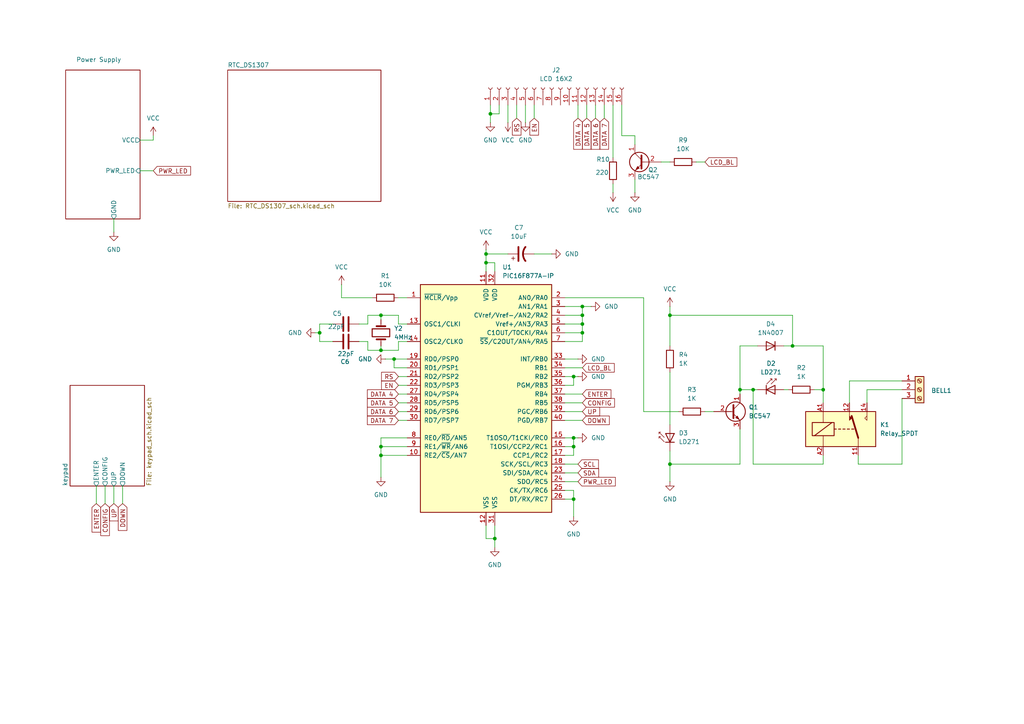
<source format=kicad_sch>
(kicad_sch
	(version 20231120)
	(generator "eeschema")
	(generator_version "8.0")
	(uuid "67588057-4a04-410a-b058-5e444541d633")
	(paper "A4")
	(lib_symbols
		(symbol "Connector:Conn_01x16_Socket"
			(pin_names
				(offset 1.016) hide)
			(exclude_from_sim no)
			(in_bom yes)
			(on_board yes)
			(property "Reference" "J"
				(at 0 20.32 0)
				(effects
					(font
						(size 1.27 1.27)
					)
				)
			)
			(property "Value" "Conn_01x16_Socket"
				(at 0 -22.86 0)
				(effects
					(font
						(size 1.27 1.27)
					)
				)
			)
			(property "Footprint" ""
				(at 0 0 0)
				(effects
					(font
						(size 1.27 1.27)
					)
					(hide yes)
				)
			)
			(property "Datasheet" "~"
				(at 0 0 0)
				(effects
					(font
						(size 1.27 1.27)
					)
					(hide yes)
				)
			)
			(property "Description" "Generic connector, single row, 01x16, script generated"
				(at 0 0 0)
				(effects
					(font
						(size 1.27 1.27)
					)
					(hide yes)
				)
			)
			(property "ki_locked" ""
				(at 0 0 0)
				(effects
					(font
						(size 1.27 1.27)
					)
				)
			)
			(property "ki_keywords" "connector"
				(at 0 0 0)
				(effects
					(font
						(size 1.27 1.27)
					)
					(hide yes)
				)
			)
			(property "ki_fp_filters" "Connector*:*_1x??_*"
				(at 0 0 0)
				(effects
					(font
						(size 1.27 1.27)
					)
					(hide yes)
				)
			)
			(symbol "Conn_01x16_Socket_1_1"
				(arc
					(start 0 -19.812)
					(mid -0.5058 -20.32)
					(end 0 -20.828)
					(stroke
						(width 0.1524)
						(type default)
					)
					(fill
						(type none)
					)
				)
				(arc
					(start 0 -17.272)
					(mid -0.5058 -17.78)
					(end 0 -18.288)
					(stroke
						(width 0.1524)
						(type default)
					)
					(fill
						(type none)
					)
				)
				(arc
					(start 0 -14.732)
					(mid -0.5058 -15.24)
					(end 0 -15.748)
					(stroke
						(width 0.1524)
						(type default)
					)
					(fill
						(type none)
					)
				)
				(arc
					(start 0 -12.192)
					(mid -0.5058 -12.7)
					(end 0 -13.208)
					(stroke
						(width 0.1524)
						(type default)
					)
					(fill
						(type none)
					)
				)
				(arc
					(start 0 -9.652)
					(mid -0.5058 -10.16)
					(end 0 -10.668)
					(stroke
						(width 0.1524)
						(type default)
					)
					(fill
						(type none)
					)
				)
				(arc
					(start 0 -7.112)
					(mid -0.5058 -7.62)
					(end 0 -8.128)
					(stroke
						(width 0.1524)
						(type default)
					)
					(fill
						(type none)
					)
				)
				(arc
					(start 0 -4.572)
					(mid -0.5058 -5.08)
					(end 0 -5.588)
					(stroke
						(width 0.1524)
						(type default)
					)
					(fill
						(type none)
					)
				)
				(arc
					(start 0 -2.032)
					(mid -0.5058 -2.54)
					(end 0 -3.048)
					(stroke
						(width 0.1524)
						(type default)
					)
					(fill
						(type none)
					)
				)
				(polyline
					(pts
						(xy -1.27 -20.32) (xy -0.508 -20.32)
					)
					(stroke
						(width 0.1524)
						(type default)
					)
					(fill
						(type none)
					)
				)
				(polyline
					(pts
						(xy -1.27 -17.78) (xy -0.508 -17.78)
					)
					(stroke
						(width 0.1524)
						(type default)
					)
					(fill
						(type none)
					)
				)
				(polyline
					(pts
						(xy -1.27 -15.24) (xy -0.508 -15.24)
					)
					(stroke
						(width 0.1524)
						(type default)
					)
					(fill
						(type none)
					)
				)
				(polyline
					(pts
						(xy -1.27 -12.7) (xy -0.508 -12.7)
					)
					(stroke
						(width 0.1524)
						(type default)
					)
					(fill
						(type none)
					)
				)
				(polyline
					(pts
						(xy -1.27 -10.16) (xy -0.508 -10.16)
					)
					(stroke
						(width 0.1524)
						(type default)
					)
					(fill
						(type none)
					)
				)
				(polyline
					(pts
						(xy -1.27 -7.62) (xy -0.508 -7.62)
					)
					(stroke
						(width 0.1524)
						(type default)
					)
					(fill
						(type none)
					)
				)
				(polyline
					(pts
						(xy -1.27 -5.08) (xy -0.508 -5.08)
					)
					(stroke
						(width 0.1524)
						(type default)
					)
					(fill
						(type none)
					)
				)
				(polyline
					(pts
						(xy -1.27 -2.54) (xy -0.508 -2.54)
					)
					(stroke
						(width 0.1524)
						(type default)
					)
					(fill
						(type none)
					)
				)
				(polyline
					(pts
						(xy -1.27 0) (xy -0.508 0)
					)
					(stroke
						(width 0.1524)
						(type default)
					)
					(fill
						(type none)
					)
				)
				(polyline
					(pts
						(xy -1.27 2.54) (xy -0.508 2.54)
					)
					(stroke
						(width 0.1524)
						(type default)
					)
					(fill
						(type none)
					)
				)
				(polyline
					(pts
						(xy -1.27 5.08) (xy -0.508 5.08)
					)
					(stroke
						(width 0.1524)
						(type default)
					)
					(fill
						(type none)
					)
				)
				(polyline
					(pts
						(xy -1.27 7.62) (xy -0.508 7.62)
					)
					(stroke
						(width 0.1524)
						(type default)
					)
					(fill
						(type none)
					)
				)
				(polyline
					(pts
						(xy -1.27 10.16) (xy -0.508 10.16)
					)
					(stroke
						(width 0.1524)
						(type default)
					)
					(fill
						(type none)
					)
				)
				(polyline
					(pts
						(xy -1.27 12.7) (xy -0.508 12.7)
					)
					(stroke
						(width 0.1524)
						(type default)
					)
					(fill
						(type none)
					)
				)
				(polyline
					(pts
						(xy -1.27 15.24) (xy -0.508 15.24)
					)
					(stroke
						(width 0.1524)
						(type default)
					)
					(fill
						(type none)
					)
				)
				(polyline
					(pts
						(xy -1.27 17.78) (xy -0.508 17.78)
					)
					(stroke
						(width 0.1524)
						(type default)
					)
					(fill
						(type none)
					)
				)
				(arc
					(start 0 0.508)
					(mid -0.5058 0)
					(end 0 -0.508)
					(stroke
						(width 0.1524)
						(type default)
					)
					(fill
						(type none)
					)
				)
				(arc
					(start 0 3.048)
					(mid -0.5058 2.54)
					(end 0 2.032)
					(stroke
						(width 0.1524)
						(type default)
					)
					(fill
						(type none)
					)
				)
				(arc
					(start 0 5.588)
					(mid -0.5058 5.08)
					(end 0 4.572)
					(stroke
						(width 0.1524)
						(type default)
					)
					(fill
						(type none)
					)
				)
				(arc
					(start 0 8.128)
					(mid -0.5058 7.62)
					(end 0 7.112)
					(stroke
						(width 0.1524)
						(type default)
					)
					(fill
						(type none)
					)
				)
				(arc
					(start 0 10.668)
					(mid -0.5058 10.16)
					(end 0 9.652)
					(stroke
						(width 0.1524)
						(type default)
					)
					(fill
						(type none)
					)
				)
				(arc
					(start 0 13.208)
					(mid -0.5058 12.7)
					(end 0 12.192)
					(stroke
						(width 0.1524)
						(type default)
					)
					(fill
						(type none)
					)
				)
				(arc
					(start 0 15.748)
					(mid -0.5058 15.24)
					(end 0 14.732)
					(stroke
						(width 0.1524)
						(type default)
					)
					(fill
						(type none)
					)
				)
				(arc
					(start 0 18.288)
					(mid -0.5058 17.78)
					(end 0 17.272)
					(stroke
						(width 0.1524)
						(type default)
					)
					(fill
						(type none)
					)
				)
				(pin passive line
					(at -5.08 17.78 0)
					(length 3.81)
					(name "Pin_1"
						(effects
							(font
								(size 1.27 1.27)
							)
						)
					)
					(number "1"
						(effects
							(font
								(size 1.27 1.27)
							)
						)
					)
				)
				(pin passive line
					(at -5.08 -5.08 0)
					(length 3.81)
					(name "Pin_10"
						(effects
							(font
								(size 1.27 1.27)
							)
						)
					)
					(number "10"
						(effects
							(font
								(size 1.27 1.27)
							)
						)
					)
				)
				(pin passive line
					(at -5.08 -7.62 0)
					(length 3.81)
					(name "Pin_11"
						(effects
							(font
								(size 1.27 1.27)
							)
						)
					)
					(number "11"
						(effects
							(font
								(size 1.27 1.27)
							)
						)
					)
				)
				(pin passive line
					(at -5.08 -10.16 0)
					(length 3.81)
					(name "Pin_12"
						(effects
							(font
								(size 1.27 1.27)
							)
						)
					)
					(number "12"
						(effects
							(font
								(size 1.27 1.27)
							)
						)
					)
				)
				(pin passive line
					(at -5.08 -12.7 0)
					(length 3.81)
					(name "Pin_13"
						(effects
							(font
								(size 1.27 1.27)
							)
						)
					)
					(number "13"
						(effects
							(font
								(size 1.27 1.27)
							)
						)
					)
				)
				(pin passive line
					(at -5.08 -15.24 0)
					(length 3.81)
					(name "Pin_14"
						(effects
							(font
								(size 1.27 1.27)
							)
						)
					)
					(number "14"
						(effects
							(font
								(size 1.27 1.27)
							)
						)
					)
				)
				(pin passive line
					(at -5.08 -17.78 0)
					(length 3.81)
					(name "Pin_15"
						(effects
							(font
								(size 1.27 1.27)
							)
						)
					)
					(number "15"
						(effects
							(font
								(size 1.27 1.27)
							)
						)
					)
				)
				(pin passive line
					(at -5.08 -20.32 0)
					(length 3.81)
					(name "Pin_16"
						(effects
							(font
								(size 1.27 1.27)
							)
						)
					)
					(number "16"
						(effects
							(font
								(size 1.27 1.27)
							)
						)
					)
				)
				(pin passive line
					(at -5.08 15.24 0)
					(length 3.81)
					(name "Pin_2"
						(effects
							(font
								(size 1.27 1.27)
							)
						)
					)
					(number "2"
						(effects
							(font
								(size 1.27 1.27)
							)
						)
					)
				)
				(pin passive line
					(at -5.08 12.7 0)
					(length 3.81)
					(name "Pin_3"
						(effects
							(font
								(size 1.27 1.27)
							)
						)
					)
					(number "3"
						(effects
							(font
								(size 1.27 1.27)
							)
						)
					)
				)
				(pin passive line
					(at -5.08 10.16 0)
					(length 3.81)
					(name "Pin_4"
						(effects
							(font
								(size 1.27 1.27)
							)
						)
					)
					(number "4"
						(effects
							(font
								(size 1.27 1.27)
							)
						)
					)
				)
				(pin passive line
					(at -5.08 7.62 0)
					(length 3.81)
					(name "Pin_5"
						(effects
							(font
								(size 1.27 1.27)
							)
						)
					)
					(number "5"
						(effects
							(font
								(size 1.27 1.27)
							)
						)
					)
				)
				(pin passive line
					(at -5.08 5.08 0)
					(length 3.81)
					(name "Pin_6"
						(effects
							(font
								(size 1.27 1.27)
							)
						)
					)
					(number "6"
						(effects
							(font
								(size 1.27 1.27)
							)
						)
					)
				)
				(pin passive line
					(at -5.08 2.54 0)
					(length 3.81)
					(name "Pin_7"
						(effects
							(font
								(size 1.27 1.27)
							)
						)
					)
					(number "7"
						(effects
							(font
								(size 1.27 1.27)
							)
						)
					)
				)
				(pin passive line
					(at -5.08 0 0)
					(length 3.81)
					(name "Pin_8"
						(effects
							(font
								(size 1.27 1.27)
							)
						)
					)
					(number "8"
						(effects
							(font
								(size 1.27 1.27)
							)
						)
					)
				)
				(pin passive line
					(at -5.08 -2.54 0)
					(length 3.81)
					(name "Pin_9"
						(effects
							(font
								(size 1.27 1.27)
							)
						)
					)
					(number "9"
						(effects
							(font
								(size 1.27 1.27)
							)
						)
					)
				)
			)
		)
		(symbol "Connector:Screw_Terminal_01x03"
			(pin_names
				(offset 1.016) hide)
			(exclude_from_sim no)
			(in_bom yes)
			(on_board yes)
			(property "Reference" "J"
				(at 0 5.08 0)
				(effects
					(font
						(size 1.27 1.27)
					)
				)
			)
			(property "Value" "Screw_Terminal_01x03"
				(at 0 -5.08 0)
				(effects
					(font
						(size 1.27 1.27)
					)
				)
			)
			(property "Footprint" ""
				(at 0 0 0)
				(effects
					(font
						(size 1.27 1.27)
					)
					(hide yes)
				)
			)
			(property "Datasheet" "~"
				(at 0 0 0)
				(effects
					(font
						(size 1.27 1.27)
					)
					(hide yes)
				)
			)
			(property "Description" "Generic screw terminal, single row, 01x03, script generated (kicad-library-utils/schlib/autogen/connector/)"
				(at 0 0 0)
				(effects
					(font
						(size 1.27 1.27)
					)
					(hide yes)
				)
			)
			(property "ki_keywords" "screw terminal"
				(at 0 0 0)
				(effects
					(font
						(size 1.27 1.27)
					)
					(hide yes)
				)
			)
			(property "ki_fp_filters" "TerminalBlock*:*"
				(at 0 0 0)
				(effects
					(font
						(size 1.27 1.27)
					)
					(hide yes)
				)
			)
			(symbol "Screw_Terminal_01x03_1_1"
				(rectangle
					(start -1.27 3.81)
					(end 1.27 -3.81)
					(stroke
						(width 0.254)
						(type default)
					)
					(fill
						(type background)
					)
				)
				(circle
					(center 0 -2.54)
					(radius 0.635)
					(stroke
						(width 0.1524)
						(type default)
					)
					(fill
						(type none)
					)
				)
				(polyline
					(pts
						(xy -0.5334 -2.2098) (xy 0.3302 -3.048)
					)
					(stroke
						(width 0.1524)
						(type default)
					)
					(fill
						(type none)
					)
				)
				(polyline
					(pts
						(xy -0.5334 0.3302) (xy 0.3302 -0.508)
					)
					(stroke
						(width 0.1524)
						(type default)
					)
					(fill
						(type none)
					)
				)
				(polyline
					(pts
						(xy -0.5334 2.8702) (xy 0.3302 2.032)
					)
					(stroke
						(width 0.1524)
						(type default)
					)
					(fill
						(type none)
					)
				)
				(polyline
					(pts
						(xy -0.3556 -2.032) (xy 0.508 -2.8702)
					)
					(stroke
						(width 0.1524)
						(type default)
					)
					(fill
						(type none)
					)
				)
				(polyline
					(pts
						(xy -0.3556 0.508) (xy 0.508 -0.3302)
					)
					(stroke
						(width 0.1524)
						(type default)
					)
					(fill
						(type none)
					)
				)
				(polyline
					(pts
						(xy -0.3556 3.048) (xy 0.508 2.2098)
					)
					(stroke
						(width 0.1524)
						(type default)
					)
					(fill
						(type none)
					)
				)
				(circle
					(center 0 0)
					(radius 0.635)
					(stroke
						(width 0.1524)
						(type default)
					)
					(fill
						(type none)
					)
				)
				(circle
					(center 0 2.54)
					(radius 0.635)
					(stroke
						(width 0.1524)
						(type default)
					)
					(fill
						(type none)
					)
				)
				(pin passive line
					(at -5.08 2.54 0)
					(length 3.81)
					(name "Pin_1"
						(effects
							(font
								(size 1.27 1.27)
							)
						)
					)
					(number "1"
						(effects
							(font
								(size 1.27 1.27)
							)
						)
					)
				)
				(pin passive line
					(at -5.08 0 0)
					(length 3.81)
					(name "Pin_2"
						(effects
							(font
								(size 1.27 1.27)
							)
						)
					)
					(number "2"
						(effects
							(font
								(size 1.27 1.27)
							)
						)
					)
				)
				(pin passive line
					(at -5.08 -2.54 0)
					(length 3.81)
					(name "Pin_3"
						(effects
							(font
								(size 1.27 1.27)
							)
						)
					)
					(number "3"
						(effects
							(font
								(size 1.27 1.27)
							)
						)
					)
				)
			)
		)
		(symbol "Device:C"
			(pin_numbers hide)
			(pin_names
				(offset 0.254)
			)
			(exclude_from_sim no)
			(in_bom yes)
			(on_board yes)
			(property "Reference" "C"
				(at 0.635 2.54 0)
				(effects
					(font
						(size 1.27 1.27)
					)
					(justify left)
				)
			)
			(property "Value" "C"
				(at 0.635 -2.54 0)
				(effects
					(font
						(size 1.27 1.27)
					)
					(justify left)
				)
			)
			(property "Footprint" ""
				(at 0.9652 -3.81 0)
				(effects
					(font
						(size 1.27 1.27)
					)
					(hide yes)
				)
			)
			(property "Datasheet" "~"
				(at 0 0 0)
				(effects
					(font
						(size 1.27 1.27)
					)
					(hide yes)
				)
			)
			(property "Description" "Unpolarized capacitor"
				(at 0 0 0)
				(effects
					(font
						(size 1.27 1.27)
					)
					(hide yes)
				)
			)
			(property "ki_keywords" "cap capacitor"
				(at 0 0 0)
				(effects
					(font
						(size 1.27 1.27)
					)
					(hide yes)
				)
			)
			(property "ki_fp_filters" "C_*"
				(at 0 0 0)
				(effects
					(font
						(size 1.27 1.27)
					)
					(hide yes)
				)
			)
			(symbol "C_0_1"
				(polyline
					(pts
						(xy -2.032 -0.762) (xy 2.032 -0.762)
					)
					(stroke
						(width 0.508)
						(type default)
					)
					(fill
						(type none)
					)
				)
				(polyline
					(pts
						(xy -2.032 0.762) (xy 2.032 0.762)
					)
					(stroke
						(width 0.508)
						(type default)
					)
					(fill
						(type none)
					)
				)
			)
			(symbol "C_1_1"
				(pin passive line
					(at 0 3.81 270)
					(length 2.794)
					(name "~"
						(effects
							(font
								(size 1.27 1.27)
							)
						)
					)
					(number "1"
						(effects
							(font
								(size 1.27 1.27)
							)
						)
					)
				)
				(pin passive line
					(at 0 -3.81 90)
					(length 2.794)
					(name "~"
						(effects
							(font
								(size 1.27 1.27)
							)
						)
					)
					(number "2"
						(effects
							(font
								(size 1.27 1.27)
							)
						)
					)
				)
			)
		)
		(symbol "Device:C_Polarized_US"
			(pin_numbers hide)
			(pin_names
				(offset 0.254) hide)
			(exclude_from_sim no)
			(in_bom yes)
			(on_board yes)
			(property "Reference" "C"
				(at 0.635 2.54 0)
				(effects
					(font
						(size 1.27 1.27)
					)
					(justify left)
				)
			)
			(property "Value" "C_Polarized_US"
				(at 0.635 -2.54 0)
				(effects
					(font
						(size 1.27 1.27)
					)
					(justify left)
				)
			)
			(property "Footprint" ""
				(at 0 0 0)
				(effects
					(font
						(size 1.27 1.27)
					)
					(hide yes)
				)
			)
			(property "Datasheet" "~"
				(at 0 0 0)
				(effects
					(font
						(size 1.27 1.27)
					)
					(hide yes)
				)
			)
			(property "Description" "Polarized capacitor, US symbol"
				(at 0 0 0)
				(effects
					(font
						(size 1.27 1.27)
					)
					(hide yes)
				)
			)
			(property "ki_keywords" "cap capacitor"
				(at 0 0 0)
				(effects
					(font
						(size 1.27 1.27)
					)
					(hide yes)
				)
			)
			(property "ki_fp_filters" "CP_*"
				(at 0 0 0)
				(effects
					(font
						(size 1.27 1.27)
					)
					(hide yes)
				)
			)
			(symbol "C_Polarized_US_0_1"
				(polyline
					(pts
						(xy -2.032 0.762) (xy 2.032 0.762)
					)
					(stroke
						(width 0.508)
						(type default)
					)
					(fill
						(type none)
					)
				)
				(polyline
					(pts
						(xy -1.778 2.286) (xy -0.762 2.286)
					)
					(stroke
						(width 0)
						(type default)
					)
					(fill
						(type none)
					)
				)
				(polyline
					(pts
						(xy -1.27 1.778) (xy -1.27 2.794)
					)
					(stroke
						(width 0)
						(type default)
					)
					(fill
						(type none)
					)
				)
				(arc
					(start 2.032 -1.27)
					(mid 0 -0.5572)
					(end -2.032 -1.27)
					(stroke
						(width 0.508)
						(type default)
					)
					(fill
						(type none)
					)
				)
			)
			(symbol "C_Polarized_US_1_1"
				(pin passive line
					(at 0 3.81 270)
					(length 2.794)
					(name "~"
						(effects
							(font
								(size 1.27 1.27)
							)
						)
					)
					(number "1"
						(effects
							(font
								(size 1.27 1.27)
							)
						)
					)
				)
				(pin passive line
					(at 0 -3.81 90)
					(length 3.302)
					(name "~"
						(effects
							(font
								(size 1.27 1.27)
							)
						)
					)
					(number "2"
						(effects
							(font
								(size 1.27 1.27)
							)
						)
					)
				)
			)
		)
		(symbol "Device:Crystal"
			(pin_numbers hide)
			(pin_names
				(offset 1.016) hide)
			(exclude_from_sim no)
			(in_bom yes)
			(on_board yes)
			(property "Reference" "Y"
				(at 0 3.81 0)
				(effects
					(font
						(size 1.27 1.27)
					)
				)
			)
			(property "Value" "Crystal"
				(at 0 -3.81 0)
				(effects
					(font
						(size 1.27 1.27)
					)
				)
			)
			(property "Footprint" ""
				(at 0 0 0)
				(effects
					(font
						(size 1.27 1.27)
					)
					(hide yes)
				)
			)
			(property "Datasheet" "~"
				(at 0 0 0)
				(effects
					(font
						(size 1.27 1.27)
					)
					(hide yes)
				)
			)
			(property "Description" "Two pin crystal"
				(at 0 0 0)
				(effects
					(font
						(size 1.27 1.27)
					)
					(hide yes)
				)
			)
			(property "ki_keywords" "quartz ceramic resonator oscillator"
				(at 0 0 0)
				(effects
					(font
						(size 1.27 1.27)
					)
					(hide yes)
				)
			)
			(property "ki_fp_filters" "Crystal*"
				(at 0 0 0)
				(effects
					(font
						(size 1.27 1.27)
					)
					(hide yes)
				)
			)
			(symbol "Crystal_0_1"
				(rectangle
					(start -1.143 2.54)
					(end 1.143 -2.54)
					(stroke
						(width 0.3048)
						(type default)
					)
					(fill
						(type none)
					)
				)
				(polyline
					(pts
						(xy -2.54 0) (xy -1.905 0)
					)
					(stroke
						(width 0)
						(type default)
					)
					(fill
						(type none)
					)
				)
				(polyline
					(pts
						(xy -1.905 -1.27) (xy -1.905 1.27)
					)
					(stroke
						(width 0.508)
						(type default)
					)
					(fill
						(type none)
					)
				)
				(polyline
					(pts
						(xy 1.905 -1.27) (xy 1.905 1.27)
					)
					(stroke
						(width 0.508)
						(type default)
					)
					(fill
						(type none)
					)
				)
				(polyline
					(pts
						(xy 2.54 0) (xy 1.905 0)
					)
					(stroke
						(width 0)
						(type default)
					)
					(fill
						(type none)
					)
				)
			)
			(symbol "Crystal_1_1"
				(pin passive line
					(at -3.81 0 0)
					(length 1.27)
					(name "1"
						(effects
							(font
								(size 1.27 1.27)
							)
						)
					)
					(number "1"
						(effects
							(font
								(size 1.27 1.27)
							)
						)
					)
				)
				(pin passive line
					(at 3.81 0 180)
					(length 1.27)
					(name "2"
						(effects
							(font
								(size 1.27 1.27)
							)
						)
					)
					(number "2"
						(effects
							(font
								(size 1.27 1.27)
							)
						)
					)
				)
			)
		)
		(symbol "Device:R"
			(pin_numbers hide)
			(pin_names
				(offset 0)
			)
			(exclude_from_sim no)
			(in_bom yes)
			(on_board yes)
			(property "Reference" "R"
				(at 2.032 0 90)
				(effects
					(font
						(size 1.27 1.27)
					)
				)
			)
			(property "Value" "R"
				(at 0 0 90)
				(effects
					(font
						(size 1.27 1.27)
					)
				)
			)
			(property "Footprint" ""
				(at -1.778 0 90)
				(effects
					(font
						(size 1.27 1.27)
					)
					(hide yes)
				)
			)
			(property "Datasheet" "~"
				(at 0 0 0)
				(effects
					(font
						(size 1.27 1.27)
					)
					(hide yes)
				)
			)
			(property "Description" "Resistor"
				(at 0 0 0)
				(effects
					(font
						(size 1.27 1.27)
					)
					(hide yes)
				)
			)
			(property "ki_keywords" "R res resistor"
				(at 0 0 0)
				(effects
					(font
						(size 1.27 1.27)
					)
					(hide yes)
				)
			)
			(property "ki_fp_filters" "R_*"
				(at 0 0 0)
				(effects
					(font
						(size 1.27 1.27)
					)
					(hide yes)
				)
			)
			(symbol "R_0_1"
				(rectangle
					(start -1.016 -2.54)
					(end 1.016 2.54)
					(stroke
						(width 0.254)
						(type default)
					)
					(fill
						(type none)
					)
				)
			)
			(symbol "R_1_1"
				(pin passive line
					(at 0 3.81 270)
					(length 1.27)
					(name "~"
						(effects
							(font
								(size 1.27 1.27)
							)
						)
					)
					(number "1"
						(effects
							(font
								(size 1.27 1.27)
							)
						)
					)
				)
				(pin passive line
					(at 0 -3.81 90)
					(length 1.27)
					(name "~"
						(effects
							(font
								(size 1.27 1.27)
							)
						)
					)
					(number "2"
						(effects
							(font
								(size 1.27 1.27)
							)
						)
					)
				)
			)
		)
		(symbol "Diode:1N4007"
			(pin_numbers hide)
			(pin_names hide)
			(exclude_from_sim no)
			(in_bom yes)
			(on_board yes)
			(property "Reference" "D"
				(at 0 2.54 0)
				(effects
					(font
						(size 1.27 1.27)
					)
				)
			)
			(property "Value" "1N4007"
				(at 0 -2.54 0)
				(effects
					(font
						(size 1.27 1.27)
					)
				)
			)
			(property "Footprint" "Diode_THT:D_DO-41_SOD81_P10.16mm_Horizontal"
				(at 0 -4.445 0)
				(effects
					(font
						(size 1.27 1.27)
					)
					(hide yes)
				)
			)
			(property "Datasheet" "http://www.vishay.com/docs/88503/1n4001.pdf"
				(at 0 0 0)
				(effects
					(font
						(size 1.27 1.27)
					)
					(hide yes)
				)
			)
			(property "Description" "1000V 1A General Purpose Rectifier Diode, DO-41"
				(at 0 0 0)
				(effects
					(font
						(size 1.27 1.27)
					)
					(hide yes)
				)
			)
			(property "Sim.Device" "D"
				(at 0 0 0)
				(effects
					(font
						(size 1.27 1.27)
					)
					(hide yes)
				)
			)
			(property "Sim.Pins" "1=K 2=A"
				(at 0 0 0)
				(effects
					(font
						(size 1.27 1.27)
					)
					(hide yes)
				)
			)
			(property "ki_keywords" "diode"
				(at 0 0 0)
				(effects
					(font
						(size 1.27 1.27)
					)
					(hide yes)
				)
			)
			(property "ki_fp_filters" "D*DO?41*"
				(at 0 0 0)
				(effects
					(font
						(size 1.27 1.27)
					)
					(hide yes)
				)
			)
			(symbol "1N4007_0_1"
				(polyline
					(pts
						(xy -1.27 1.27) (xy -1.27 -1.27)
					)
					(stroke
						(width 0.254)
						(type default)
					)
					(fill
						(type none)
					)
				)
				(polyline
					(pts
						(xy 1.27 0) (xy -1.27 0)
					)
					(stroke
						(width 0)
						(type default)
					)
					(fill
						(type none)
					)
				)
				(polyline
					(pts
						(xy 1.27 1.27) (xy 1.27 -1.27) (xy -1.27 0) (xy 1.27 1.27)
					)
					(stroke
						(width 0.254)
						(type default)
					)
					(fill
						(type none)
					)
				)
			)
			(symbol "1N4007_1_1"
				(pin passive line
					(at -3.81 0 0)
					(length 2.54)
					(name "K"
						(effects
							(font
								(size 1.27 1.27)
							)
						)
					)
					(number "1"
						(effects
							(font
								(size 1.27 1.27)
							)
						)
					)
				)
				(pin passive line
					(at 3.81 0 180)
					(length 2.54)
					(name "A"
						(effects
							(font
								(size 1.27 1.27)
							)
						)
					)
					(number "2"
						(effects
							(font
								(size 1.27 1.27)
							)
						)
					)
				)
			)
		)
		(symbol "LED:LD271"
			(pin_numbers hide)
			(pin_names
				(offset 1.016) hide)
			(exclude_from_sim no)
			(in_bom yes)
			(on_board yes)
			(property "Reference" "D"
				(at 0.508 1.778 0)
				(effects
					(font
						(size 1.27 1.27)
					)
					(justify left)
				)
			)
			(property "Value" "LD271"
				(at -1.016 -2.794 0)
				(effects
					(font
						(size 1.27 1.27)
					)
				)
			)
			(property "Footprint" "LED_THT:LED_D5.0mm_IRGrey"
				(at 0 4.445 0)
				(effects
					(font
						(size 1.27 1.27)
					)
					(hide yes)
				)
			)
			(property "Datasheet" "http://www.alliedelec.com/m/d/40788c34903a719969df15f1fbea1056.pdf"
				(at -1.27 0 0)
				(effects
					(font
						(size 1.27 1.27)
					)
					(hide yes)
				)
			)
			(property "Description" "940nm IR-LED, 5mm"
				(at 0 0 0)
				(effects
					(font
						(size 1.27 1.27)
					)
					(hide yes)
				)
			)
			(property "ki_keywords" "IR LED"
				(at 0 0 0)
				(effects
					(font
						(size 1.27 1.27)
					)
					(hide yes)
				)
			)
			(property "ki_fp_filters" "LED*5.0mm*IRGrey*"
				(at 0 0 0)
				(effects
					(font
						(size 1.27 1.27)
					)
					(hide yes)
				)
			)
			(symbol "LD271_0_1"
				(polyline
					(pts
						(xy -2.54 1.27) (xy -2.54 -1.27)
					)
					(stroke
						(width 0.254)
						(type default)
					)
					(fill
						(type none)
					)
				)
				(polyline
					(pts
						(xy 0 0) (xy -2.54 0)
					)
					(stroke
						(width 0)
						(type default)
					)
					(fill
						(type none)
					)
				)
				(polyline
					(pts
						(xy 0.381 3.175) (xy -0.127 3.175)
					)
					(stroke
						(width 0)
						(type default)
					)
					(fill
						(type none)
					)
				)
				(polyline
					(pts
						(xy -1.143 1.651) (xy 0.381 3.175) (xy 0.381 2.667)
					)
					(stroke
						(width 0)
						(type default)
					)
					(fill
						(type none)
					)
				)
				(polyline
					(pts
						(xy 0 -1.27) (xy -2.54 0) (xy 0 1.27) (xy 0 -1.27)
					)
					(stroke
						(width 0.254)
						(type default)
					)
					(fill
						(type none)
					)
				)
				(polyline
					(pts
						(xy -2.413 1.651) (xy -0.889 3.175) (xy -0.889 2.667) (xy -0.889 3.175) (xy -1.397 3.175)
					)
					(stroke
						(width 0)
						(type default)
					)
					(fill
						(type none)
					)
				)
			)
			(symbol "LD271_1_1"
				(pin passive line
					(at -5.08 0 0)
					(length 2.54)
					(name "K"
						(effects
							(font
								(size 1.27 1.27)
							)
						)
					)
					(number "1"
						(effects
							(font
								(size 1.27 1.27)
							)
						)
					)
				)
				(pin passive line
					(at 2.54 0 180)
					(length 2.54)
					(name "A"
						(effects
							(font
								(size 1.27 1.27)
							)
						)
					)
					(number "2"
						(effects
							(font
								(size 1.27 1.27)
							)
						)
					)
				)
			)
		)
		(symbol "MCU_Microchip_PIC16:PIC16F877A-IP"
			(pin_names
				(offset 1.016)
			)
			(exclude_from_sim no)
			(in_bom yes)
			(on_board yes)
			(property "Reference" "U"
				(at 5.08 35.56 0)
				(effects
					(font
						(size 1.27 1.27)
					)
					(justify left)
				)
			)
			(property "Value" "PIC16F877A-IP"
				(at 5.08 33.02 0)
				(effects
					(font
						(size 1.27 1.27)
					)
					(justify left)
				)
			)
			(property "Footprint" ""
				(at 0 0 0)
				(effects
					(font
						(size 1.27 1.27)
						(italic yes)
					)
					(hide yes)
				)
			)
			(property "Datasheet" "http://ww1.microchip.com/downloads/en/DeviceDoc/39582b.pdf"
				(at 0 0 0)
				(effects
					(font
						(size 1.27 1.27)
					)
					(hide yes)
				)
			)
			(property "Description" "8W Flash, 386B SRAM, 256B EEPROM, DIP40"
				(at 0 0 0)
				(effects
					(font
						(size 1.27 1.27)
					)
					(hide yes)
				)
			)
			(property "ki_keywords" "Flash-Based 8-Bit CMOS Microcontroller"
				(at 0 0 0)
				(effects
					(font
						(size 1.27 1.27)
					)
					(hide yes)
				)
			)
			(property "ki_fp_filters" "DIP* PDIP*"
				(at 0 0 0)
				(effects
					(font
						(size 1.27 1.27)
					)
					(hide yes)
				)
			)
			(symbol "PIC16F877A-IP_0_1"
				(rectangle
					(start -19.05 31.75)
					(end 19.05 -34.29)
					(stroke
						(width 0.254)
						(type default)
					)
					(fill
						(type background)
					)
				)
			)
			(symbol "PIC16F877A-IP_1_1"
				(pin input line
					(at -22.86 27.94 0)
					(length 3.81)
					(name "~{MCLR}/Vpp"
						(effects
							(font
								(size 1.27 1.27)
							)
						)
					)
					(number "1"
						(effects
							(font
								(size 1.27 1.27)
							)
						)
					)
				)
				(pin bidirectional line
					(at -22.86 -17.78 0)
					(length 3.81)
					(name "RE2/~{CS}/AN7"
						(effects
							(font
								(size 1.27 1.27)
							)
						)
					)
					(number "10"
						(effects
							(font
								(size 1.27 1.27)
							)
						)
					)
				)
				(pin power_in line
					(at 0 35.56 270)
					(length 3.81)
					(name "VDD"
						(effects
							(font
								(size 1.27 1.27)
							)
						)
					)
					(number "11"
						(effects
							(font
								(size 1.27 1.27)
							)
						)
					)
				)
				(pin power_in line
					(at 0 -38.1 90)
					(length 3.81)
					(name "VSS"
						(effects
							(font
								(size 1.27 1.27)
							)
						)
					)
					(number "12"
						(effects
							(font
								(size 1.27 1.27)
							)
						)
					)
				)
				(pin input line
					(at -22.86 20.32 0)
					(length 3.81)
					(name "OSC1/CLKI"
						(effects
							(font
								(size 1.27 1.27)
							)
						)
					)
					(number "13"
						(effects
							(font
								(size 1.27 1.27)
							)
						)
					)
				)
				(pin output line
					(at -22.86 15.24 0)
					(length 3.81)
					(name "OSC2/CLKO"
						(effects
							(font
								(size 1.27 1.27)
							)
						)
					)
					(number "14"
						(effects
							(font
								(size 1.27 1.27)
							)
						)
					)
				)
				(pin bidirectional line
					(at 22.86 -12.7 180)
					(length 3.81)
					(name "T1OSO/T1CKI/RC0"
						(effects
							(font
								(size 1.27 1.27)
							)
						)
					)
					(number "15"
						(effects
							(font
								(size 1.27 1.27)
							)
						)
					)
				)
				(pin bidirectional line
					(at 22.86 -15.24 180)
					(length 3.81)
					(name "T1OSI/CCP2/RC1"
						(effects
							(font
								(size 1.27 1.27)
							)
						)
					)
					(number "16"
						(effects
							(font
								(size 1.27 1.27)
							)
						)
					)
				)
				(pin bidirectional line
					(at 22.86 -17.78 180)
					(length 3.81)
					(name "CCP1/RC2"
						(effects
							(font
								(size 1.27 1.27)
							)
						)
					)
					(number "17"
						(effects
							(font
								(size 1.27 1.27)
							)
						)
					)
				)
				(pin bidirectional line
					(at 22.86 -20.32 180)
					(length 3.81)
					(name "SCK/SCL/RC3"
						(effects
							(font
								(size 1.27 1.27)
							)
						)
					)
					(number "18"
						(effects
							(font
								(size 1.27 1.27)
							)
						)
					)
				)
				(pin bidirectional line
					(at -22.86 10.16 0)
					(length 3.81)
					(name "RD0/PSP0"
						(effects
							(font
								(size 1.27 1.27)
							)
						)
					)
					(number "19"
						(effects
							(font
								(size 1.27 1.27)
							)
						)
					)
				)
				(pin bidirectional line
					(at 22.86 27.94 180)
					(length 3.81)
					(name "AN0/RA0"
						(effects
							(font
								(size 1.27 1.27)
							)
						)
					)
					(number "2"
						(effects
							(font
								(size 1.27 1.27)
							)
						)
					)
				)
				(pin bidirectional line
					(at -22.86 7.62 0)
					(length 3.81)
					(name "RD1/PSP1"
						(effects
							(font
								(size 1.27 1.27)
							)
						)
					)
					(number "20"
						(effects
							(font
								(size 1.27 1.27)
							)
						)
					)
				)
				(pin bidirectional line
					(at -22.86 5.08 0)
					(length 3.81)
					(name "RD2/PSP2"
						(effects
							(font
								(size 1.27 1.27)
							)
						)
					)
					(number "21"
						(effects
							(font
								(size 1.27 1.27)
							)
						)
					)
				)
				(pin bidirectional line
					(at -22.86 2.54 0)
					(length 3.81)
					(name "RD3/PSP3"
						(effects
							(font
								(size 1.27 1.27)
							)
						)
					)
					(number "22"
						(effects
							(font
								(size 1.27 1.27)
							)
						)
					)
				)
				(pin bidirectional line
					(at 22.86 -22.86 180)
					(length 3.81)
					(name "SDI/SDA/RC4"
						(effects
							(font
								(size 1.27 1.27)
							)
						)
					)
					(number "23"
						(effects
							(font
								(size 1.27 1.27)
							)
						)
					)
				)
				(pin bidirectional line
					(at 22.86 -25.4 180)
					(length 3.81)
					(name "SDO/RC5"
						(effects
							(font
								(size 1.27 1.27)
							)
						)
					)
					(number "24"
						(effects
							(font
								(size 1.27 1.27)
							)
						)
					)
				)
				(pin bidirectional line
					(at 22.86 -27.94 180)
					(length 3.81)
					(name "CK/TX/RC6"
						(effects
							(font
								(size 1.27 1.27)
							)
						)
					)
					(number "25"
						(effects
							(font
								(size 1.27 1.27)
							)
						)
					)
				)
				(pin bidirectional line
					(at 22.86 -30.48 180)
					(length 3.81)
					(name "DT/RX/RC7"
						(effects
							(font
								(size 1.27 1.27)
							)
						)
					)
					(number "26"
						(effects
							(font
								(size 1.27 1.27)
							)
						)
					)
				)
				(pin bidirectional line
					(at -22.86 0 0)
					(length 3.81)
					(name "RD4/PSP4"
						(effects
							(font
								(size 1.27 1.27)
							)
						)
					)
					(number "27"
						(effects
							(font
								(size 1.27 1.27)
							)
						)
					)
				)
				(pin bidirectional line
					(at -22.86 -2.54 0)
					(length 3.81)
					(name "RD5/PSP5"
						(effects
							(font
								(size 1.27 1.27)
							)
						)
					)
					(number "28"
						(effects
							(font
								(size 1.27 1.27)
							)
						)
					)
				)
				(pin bidirectional line
					(at -22.86 -5.08 0)
					(length 3.81)
					(name "RD6/PSP6"
						(effects
							(font
								(size 1.27 1.27)
							)
						)
					)
					(number "29"
						(effects
							(font
								(size 1.27 1.27)
							)
						)
					)
				)
				(pin bidirectional line
					(at 22.86 25.4 180)
					(length 3.81)
					(name "AN1/RA1"
						(effects
							(font
								(size 1.27 1.27)
							)
						)
					)
					(number "3"
						(effects
							(font
								(size 1.27 1.27)
							)
						)
					)
				)
				(pin bidirectional line
					(at -22.86 -7.62 0)
					(length 3.81)
					(name "RD7/PSP7"
						(effects
							(font
								(size 1.27 1.27)
							)
						)
					)
					(number "30"
						(effects
							(font
								(size 1.27 1.27)
							)
						)
					)
				)
				(pin power_in line
					(at 2.54 -38.1 90)
					(length 3.81)
					(name "VSS"
						(effects
							(font
								(size 1.27 1.27)
							)
						)
					)
					(number "31"
						(effects
							(font
								(size 1.27 1.27)
							)
						)
					)
				)
				(pin power_in line
					(at 2.54 35.56 270)
					(length 3.81)
					(name "VDD"
						(effects
							(font
								(size 1.27 1.27)
							)
						)
					)
					(number "32"
						(effects
							(font
								(size 1.27 1.27)
							)
						)
					)
				)
				(pin bidirectional line
					(at 22.86 10.16 180)
					(length 3.81)
					(name "INT/RB0"
						(effects
							(font
								(size 1.27 1.27)
							)
						)
					)
					(number "33"
						(effects
							(font
								(size 1.27 1.27)
							)
						)
					)
				)
				(pin bidirectional line
					(at 22.86 7.62 180)
					(length 3.81)
					(name "RB1"
						(effects
							(font
								(size 1.27 1.27)
							)
						)
					)
					(number "34"
						(effects
							(font
								(size 1.27 1.27)
							)
						)
					)
				)
				(pin bidirectional line
					(at 22.86 5.08 180)
					(length 3.81)
					(name "RB2"
						(effects
							(font
								(size 1.27 1.27)
							)
						)
					)
					(number "35"
						(effects
							(font
								(size 1.27 1.27)
							)
						)
					)
				)
				(pin bidirectional line
					(at 22.86 2.54 180)
					(length 3.81)
					(name "PGM/RB3"
						(effects
							(font
								(size 1.27 1.27)
							)
						)
					)
					(number "36"
						(effects
							(font
								(size 1.27 1.27)
							)
						)
					)
				)
				(pin bidirectional line
					(at 22.86 0 180)
					(length 3.81)
					(name "RB4"
						(effects
							(font
								(size 1.27 1.27)
							)
						)
					)
					(number "37"
						(effects
							(font
								(size 1.27 1.27)
							)
						)
					)
				)
				(pin bidirectional line
					(at 22.86 -2.54 180)
					(length 3.81)
					(name "RB5"
						(effects
							(font
								(size 1.27 1.27)
							)
						)
					)
					(number "38"
						(effects
							(font
								(size 1.27 1.27)
							)
						)
					)
				)
				(pin bidirectional line
					(at 22.86 -5.08 180)
					(length 3.81)
					(name "PGC/RB6"
						(effects
							(font
								(size 1.27 1.27)
							)
						)
					)
					(number "39"
						(effects
							(font
								(size 1.27 1.27)
							)
						)
					)
				)
				(pin bidirectional line
					(at 22.86 22.86 180)
					(length 3.81)
					(name "CVref/Vref-/AN2/RA2"
						(effects
							(font
								(size 1.27 1.27)
							)
						)
					)
					(number "4"
						(effects
							(font
								(size 1.27 1.27)
							)
						)
					)
				)
				(pin bidirectional line
					(at 22.86 -7.62 180)
					(length 3.81)
					(name "PGD/RB7"
						(effects
							(font
								(size 1.27 1.27)
							)
						)
					)
					(number "40"
						(effects
							(font
								(size 1.27 1.27)
							)
						)
					)
				)
				(pin bidirectional line
					(at 22.86 20.32 180)
					(length 3.81)
					(name "Vref+/AN3/RA3"
						(effects
							(font
								(size 1.27 1.27)
							)
						)
					)
					(number "5"
						(effects
							(font
								(size 1.27 1.27)
							)
						)
					)
				)
				(pin bidirectional line
					(at 22.86 17.78 180)
					(length 3.81)
					(name "C1OUT/T0CKI/RA4"
						(effects
							(font
								(size 1.27 1.27)
							)
						)
					)
					(number "6"
						(effects
							(font
								(size 1.27 1.27)
							)
						)
					)
				)
				(pin bidirectional line
					(at 22.86 15.24 180)
					(length 3.81)
					(name "~{SS}/C2OUT/AN4/RA5"
						(effects
							(font
								(size 1.27 1.27)
							)
						)
					)
					(number "7"
						(effects
							(font
								(size 1.27 1.27)
							)
						)
					)
				)
				(pin bidirectional line
					(at -22.86 -12.7 0)
					(length 3.81)
					(name "RE0/~{RD}/AN5"
						(effects
							(font
								(size 1.27 1.27)
							)
						)
					)
					(number "8"
						(effects
							(font
								(size 1.27 1.27)
							)
						)
					)
				)
				(pin bidirectional line
					(at -22.86 -15.24 0)
					(length 3.81)
					(name "RE1/~{WR}/AN6"
						(effects
							(font
								(size 1.27 1.27)
							)
						)
					)
					(number "9"
						(effects
							(font
								(size 1.27 1.27)
							)
						)
					)
				)
			)
		)
		(symbol "Relay:Relay_SPDT"
			(exclude_from_sim no)
			(in_bom yes)
			(on_board yes)
			(property "Reference" "K"
				(at 11.43 3.81 0)
				(effects
					(font
						(size 1.27 1.27)
					)
					(justify left)
				)
			)
			(property "Value" "Relay_SPDT"
				(at 11.43 1.27 0)
				(effects
					(font
						(size 1.27 1.27)
					)
					(justify left)
				)
			)
			(property "Footprint" ""
				(at 11.43 -1.27 0)
				(effects
					(font
						(size 1.27 1.27)
					)
					(justify left)
					(hide yes)
				)
			)
			(property "Datasheet" "~"
				(at 0 0 0)
				(effects
					(font
						(size 1.27 1.27)
					)
					(hide yes)
				)
			)
			(property "Description" "Monostable Relay SPDT, EN50005"
				(at 0 0 0)
				(effects
					(font
						(size 1.27 1.27)
					)
					(hide yes)
				)
			)
			(property "ki_keywords" "Single Pole Relay SPDT"
				(at 0 0 0)
				(effects
					(font
						(size 1.27 1.27)
					)
					(hide yes)
				)
			)
			(property "ki_fp_filters" "Relay?SPDT*"
				(at 0 0 0)
				(effects
					(font
						(size 1.27 1.27)
					)
					(hide yes)
				)
			)
			(symbol "Relay_SPDT_0_0"
				(polyline
					(pts
						(xy 7.62 5.08) (xy 7.62 2.54) (xy 6.985 3.175) (xy 7.62 3.81)
					)
					(stroke
						(width 0)
						(type default)
					)
					(fill
						(type none)
					)
				)
			)
			(symbol "Relay_SPDT_0_1"
				(rectangle
					(start -10.16 5.08)
					(end 10.16 -5.08)
					(stroke
						(width 0.254)
						(type default)
					)
					(fill
						(type background)
					)
				)
				(rectangle
					(start -8.255 1.905)
					(end -1.905 -1.905)
					(stroke
						(width 0.254)
						(type default)
					)
					(fill
						(type none)
					)
				)
				(polyline
					(pts
						(xy -7.62 -1.905) (xy -2.54 1.905)
					)
					(stroke
						(width 0.254)
						(type default)
					)
					(fill
						(type none)
					)
				)
				(polyline
					(pts
						(xy -5.08 -5.08) (xy -5.08 -1.905)
					)
					(stroke
						(width 0)
						(type default)
					)
					(fill
						(type none)
					)
				)
				(polyline
					(pts
						(xy -5.08 5.08) (xy -5.08 1.905)
					)
					(stroke
						(width 0)
						(type default)
					)
					(fill
						(type none)
					)
				)
				(polyline
					(pts
						(xy -1.905 0) (xy -1.27 0)
					)
					(stroke
						(width 0.254)
						(type default)
					)
					(fill
						(type none)
					)
				)
				(polyline
					(pts
						(xy -0.635 0) (xy 0 0)
					)
					(stroke
						(width 0.254)
						(type default)
					)
					(fill
						(type none)
					)
				)
				(polyline
					(pts
						(xy 0.635 0) (xy 1.27 0)
					)
					(stroke
						(width 0.254)
						(type default)
					)
					(fill
						(type none)
					)
				)
				(polyline
					(pts
						(xy 1.905 0) (xy 2.54 0)
					)
					(stroke
						(width 0.254)
						(type default)
					)
					(fill
						(type none)
					)
				)
				(polyline
					(pts
						(xy 3.175 0) (xy 3.81 0)
					)
					(stroke
						(width 0.254)
						(type default)
					)
					(fill
						(type none)
					)
				)
				(polyline
					(pts
						(xy 5.08 -2.54) (xy 3.175 3.81)
					)
					(stroke
						(width 0.508)
						(type default)
					)
					(fill
						(type none)
					)
				)
				(polyline
					(pts
						(xy 5.08 -2.54) (xy 5.08 -5.08)
					)
					(stroke
						(width 0)
						(type default)
					)
					(fill
						(type none)
					)
				)
				(polyline
					(pts
						(xy 2.54 5.08) (xy 2.54 2.54) (xy 3.175 3.175) (xy 2.54 3.81)
					)
					(stroke
						(width 0)
						(type default)
					)
					(fill
						(type outline)
					)
				)
			)
			(symbol "Relay_SPDT_1_1"
				(pin passive line
					(at 5.08 -7.62 90)
					(length 2.54)
					(name "~"
						(effects
							(font
								(size 1.27 1.27)
							)
						)
					)
					(number "11"
						(effects
							(font
								(size 1.27 1.27)
							)
						)
					)
				)
				(pin passive line
					(at 2.54 7.62 270)
					(length 2.54)
					(name "~"
						(effects
							(font
								(size 1.27 1.27)
							)
						)
					)
					(number "12"
						(effects
							(font
								(size 1.27 1.27)
							)
						)
					)
				)
				(pin passive line
					(at 7.62 7.62 270)
					(length 2.54)
					(name "~"
						(effects
							(font
								(size 1.27 1.27)
							)
						)
					)
					(number "14"
						(effects
							(font
								(size 1.27 1.27)
							)
						)
					)
				)
				(pin passive line
					(at -5.08 7.62 270)
					(length 2.54)
					(name "~"
						(effects
							(font
								(size 1.27 1.27)
							)
						)
					)
					(number "A1"
						(effects
							(font
								(size 1.27 1.27)
							)
						)
					)
				)
				(pin passive line
					(at -5.08 -7.62 90)
					(length 2.54)
					(name "~"
						(effects
							(font
								(size 1.27 1.27)
							)
						)
					)
					(number "A2"
						(effects
							(font
								(size 1.27 1.27)
							)
						)
					)
				)
			)
		)
		(symbol "Transistor_BJT:BC547"
			(pin_names
				(offset 0) hide)
			(exclude_from_sim no)
			(in_bom yes)
			(on_board yes)
			(property "Reference" "Q"
				(at 5.08 1.905 0)
				(effects
					(font
						(size 1.27 1.27)
					)
					(justify left)
				)
			)
			(property "Value" "BC547"
				(at 5.08 0 0)
				(effects
					(font
						(size 1.27 1.27)
					)
					(justify left)
				)
			)
			(property "Footprint" "Package_TO_SOT_THT:TO-92_Inline"
				(at 5.08 -1.905 0)
				(effects
					(font
						(size 1.27 1.27)
						(italic yes)
					)
					(justify left)
					(hide yes)
				)
			)
			(property "Datasheet" "https://www.onsemi.com/pub/Collateral/BC550-D.pdf"
				(at 0 0 0)
				(effects
					(font
						(size 1.27 1.27)
					)
					(justify left)
					(hide yes)
				)
			)
			(property "Description" "0.1A Ic, 45V Vce, Small Signal NPN Transistor, TO-92"
				(at 0 0 0)
				(effects
					(font
						(size 1.27 1.27)
					)
					(hide yes)
				)
			)
			(property "ki_keywords" "NPN Transistor"
				(at 0 0 0)
				(effects
					(font
						(size 1.27 1.27)
					)
					(hide yes)
				)
			)
			(property "ki_fp_filters" "TO?92*"
				(at 0 0 0)
				(effects
					(font
						(size 1.27 1.27)
					)
					(hide yes)
				)
			)
			(symbol "BC547_0_1"
				(polyline
					(pts
						(xy 0 0) (xy 0.635 0)
					)
					(stroke
						(width 0)
						(type default)
					)
					(fill
						(type none)
					)
				)
				(polyline
					(pts
						(xy 0.635 0.635) (xy 2.54 2.54)
					)
					(stroke
						(width 0)
						(type default)
					)
					(fill
						(type none)
					)
				)
				(polyline
					(pts
						(xy 0.635 -0.635) (xy 2.54 -2.54) (xy 2.54 -2.54)
					)
					(stroke
						(width 0)
						(type default)
					)
					(fill
						(type none)
					)
				)
				(polyline
					(pts
						(xy 0.635 1.905) (xy 0.635 -1.905) (xy 0.635 -1.905)
					)
					(stroke
						(width 0.508)
						(type default)
					)
					(fill
						(type none)
					)
				)
				(polyline
					(pts
						(xy 1.27 -1.778) (xy 1.778 -1.27) (xy 2.286 -2.286) (xy 1.27 -1.778) (xy 1.27 -1.778)
					)
					(stroke
						(width 0)
						(type default)
					)
					(fill
						(type outline)
					)
				)
				(circle
					(center 1.27 0)
					(radius 2.8194)
					(stroke
						(width 0.254)
						(type default)
					)
					(fill
						(type none)
					)
				)
			)
			(symbol "BC547_1_1"
				(pin passive line
					(at 2.54 5.08 270)
					(length 2.54)
					(name "C"
						(effects
							(font
								(size 1.27 1.27)
							)
						)
					)
					(number "1"
						(effects
							(font
								(size 1.27 1.27)
							)
						)
					)
				)
				(pin input line
					(at -5.08 0 0)
					(length 5.08)
					(name "B"
						(effects
							(font
								(size 1.27 1.27)
							)
						)
					)
					(number "2"
						(effects
							(font
								(size 1.27 1.27)
							)
						)
					)
				)
				(pin passive line
					(at 2.54 -5.08 90)
					(length 2.54)
					(name "E"
						(effects
							(font
								(size 1.27 1.27)
							)
						)
					)
					(number "3"
						(effects
							(font
								(size 1.27 1.27)
							)
						)
					)
				)
			)
		)
		(symbol "power:GND"
			(power)
			(pin_numbers hide)
			(pin_names
				(offset 0) hide)
			(exclude_from_sim no)
			(in_bom yes)
			(on_board yes)
			(property "Reference" "#PWR"
				(at 0 -6.35 0)
				(effects
					(font
						(size 1.27 1.27)
					)
					(hide yes)
				)
			)
			(property "Value" "GND"
				(at 0 -3.81 0)
				(effects
					(font
						(size 1.27 1.27)
					)
				)
			)
			(property "Footprint" ""
				(at 0 0 0)
				(effects
					(font
						(size 1.27 1.27)
					)
					(hide yes)
				)
			)
			(property "Datasheet" ""
				(at 0 0 0)
				(effects
					(font
						(size 1.27 1.27)
					)
					(hide yes)
				)
			)
			(property "Description" "Power symbol creates a global label with name \"GND\" , ground"
				(at 0 0 0)
				(effects
					(font
						(size 1.27 1.27)
					)
					(hide yes)
				)
			)
			(property "ki_keywords" "global power"
				(at 0 0 0)
				(effects
					(font
						(size 1.27 1.27)
					)
					(hide yes)
				)
			)
			(symbol "GND_0_1"
				(polyline
					(pts
						(xy 0 0) (xy 0 -1.27) (xy 1.27 -1.27) (xy 0 -2.54) (xy -1.27 -1.27) (xy 0 -1.27)
					)
					(stroke
						(width 0)
						(type default)
					)
					(fill
						(type none)
					)
				)
			)
			(symbol "GND_1_1"
				(pin power_in line
					(at 0 0 270)
					(length 0)
					(name "~"
						(effects
							(font
								(size 1.27 1.27)
							)
						)
					)
					(number "1"
						(effects
							(font
								(size 1.27 1.27)
							)
						)
					)
				)
			)
		)
		(symbol "power:VCC"
			(power)
			(pin_numbers hide)
			(pin_names
				(offset 0) hide)
			(exclude_from_sim no)
			(in_bom yes)
			(on_board yes)
			(property "Reference" "#PWR"
				(at 0 -3.81 0)
				(effects
					(font
						(size 1.27 1.27)
					)
					(hide yes)
				)
			)
			(property "Value" "VCC"
				(at 0 3.556 0)
				(effects
					(font
						(size 1.27 1.27)
					)
				)
			)
			(property "Footprint" ""
				(at 0 0 0)
				(effects
					(font
						(size 1.27 1.27)
					)
					(hide yes)
				)
			)
			(property "Datasheet" ""
				(at 0 0 0)
				(effects
					(font
						(size 1.27 1.27)
					)
					(hide yes)
				)
			)
			(property "Description" "Power symbol creates a global label with name \"VCC\""
				(at 0 0 0)
				(effects
					(font
						(size 1.27 1.27)
					)
					(hide yes)
				)
			)
			(property "ki_keywords" "global power"
				(at 0 0 0)
				(effects
					(font
						(size 1.27 1.27)
					)
					(hide yes)
				)
			)
			(symbol "VCC_0_1"
				(polyline
					(pts
						(xy -0.762 1.27) (xy 0 2.54)
					)
					(stroke
						(width 0)
						(type default)
					)
					(fill
						(type none)
					)
				)
				(polyline
					(pts
						(xy 0 0) (xy 0 2.54)
					)
					(stroke
						(width 0)
						(type default)
					)
					(fill
						(type none)
					)
				)
				(polyline
					(pts
						(xy 0 2.54) (xy 0.762 1.27)
					)
					(stroke
						(width 0)
						(type default)
					)
					(fill
						(type none)
					)
				)
			)
			(symbol "VCC_1_1"
				(pin power_in line
					(at 0 0 90)
					(length 0)
					(name "~"
						(effects
							(font
								(size 1.27 1.27)
							)
						)
					)
					(number "1"
						(effects
							(font
								(size 1.27 1.27)
							)
						)
					)
				)
			)
		)
	)
	(junction
		(at 110.49 91.44)
		(diameter 0)
		(color 0 0 0 0)
		(uuid "063c4fdc-2586-4055-8979-cce3e4263787")
	)
	(junction
		(at 166.37 109.22)
		(diameter 0)
		(color 0 0 0 0)
		(uuid "1d872d19-79ad-444c-a52e-79c4e78b5ec5")
	)
	(junction
		(at 214.63 113.03)
		(diameter 0)
		(color 0 0 0 0)
		(uuid "2e92f420-968f-48f3-a23c-80c54a2cd417")
	)
	(junction
		(at 166.37 144.78)
		(diameter 0)
		(color 0 0 0 0)
		(uuid "2fd274dd-b207-4e69-ac6c-5348accdc17c")
	)
	(junction
		(at 218.44 113.03)
		(diameter 0)
		(color 0 0 0 0)
		(uuid "33aa67ac-aeb5-4e1f-8193-bad668894ae2")
	)
	(junction
		(at 110.49 132.08)
		(diameter 0)
		(color 0 0 0 0)
		(uuid "41c9bfd2-80c7-4c9c-bb6b-0ecdf1357abc")
	)
	(junction
		(at 140.97 73.66)
		(diameter 0)
		(color 0 0 0 0)
		(uuid "65d0b80f-33f5-4ac2-9ced-3b9fc818883f")
	)
	(junction
		(at 140.97 76.2)
		(diameter 0)
		(color 0 0 0 0)
		(uuid "724cc6c6-96ce-4072-bd9c-f22b0f0618ee")
	)
	(junction
		(at 143.51 156.21)
		(diameter 0)
		(color 0 0 0 0)
		(uuid "75cf7316-77ee-4a7d-a6b2-60e3f1068d92")
	)
	(junction
		(at 168.91 88.9)
		(diameter 0)
		(color 0 0 0 0)
		(uuid "7f5373df-4351-467a-8b68-7ad64a9f031b")
	)
	(junction
		(at 168.91 96.52)
		(diameter 0)
		(color 0 0 0 0)
		(uuid "84f555d7-224c-4dc0-bf40-edf21ec7e9cd")
	)
	(junction
		(at 229.87 100.33)
		(diameter 0)
		(color 0 0 0 0)
		(uuid "8c3f77b7-0e03-4a7e-9f8a-8b0ed8d20479")
	)
	(junction
		(at 194.31 91.44)
		(diameter 0)
		(color 0 0 0 0)
		(uuid "941d2844-04b3-4644-bb3d-a8e51ed7fc93")
	)
	(junction
		(at 194.31 134.62)
		(diameter 0)
		(color 0 0 0 0)
		(uuid "9b0e8051-d58d-4c59-98cf-f9213a9611c6")
	)
	(junction
		(at 142.24 33.02)
		(diameter 0)
		(color 0 0 0 0)
		(uuid "a404bfdd-be2b-40eb-9391-012d672733f0")
	)
	(junction
		(at 168.91 91.44)
		(diameter 0)
		(color 0 0 0 0)
		(uuid "a60821c1-3df5-483d-b5a2-c468fb8685c8")
	)
	(junction
		(at 114.3 104.14)
		(diameter 0)
		(color 0 0 0 0)
		(uuid "bca9764b-ca1d-4115-bb5e-06b47a35488d")
	)
	(junction
		(at 92.71 96.52)
		(diameter 0)
		(color 0 0 0 0)
		(uuid "bcece717-f1c5-4681-ad52-b2f766f8a256")
	)
	(junction
		(at 166.37 129.54)
		(diameter 0)
		(color 0 0 0 0)
		(uuid "bdd65bc6-0de2-4dcd-ad89-3dff4a745651")
	)
	(junction
		(at 166.37 127)
		(diameter 0)
		(color 0 0 0 0)
		(uuid "be92924c-7305-425a-bf83-70aa1933521c")
	)
	(junction
		(at 110.49 129.54)
		(diameter 0)
		(color 0 0 0 0)
		(uuid "c7efb49a-36cc-40cd-a22d-ae6367b795bf")
	)
	(junction
		(at 168.91 93.98)
		(diameter 0)
		(color 0 0 0 0)
		(uuid "e093a8ad-c1ed-4dab-9b1d-052f22d17c70")
	)
	(junction
		(at 110.49 101.6)
		(diameter 0)
		(color 0 0 0 0)
		(uuid "e4b3aedd-97c2-4512-8817-a81c3406f3a0")
	)
	(junction
		(at 238.76 113.03)
		(diameter 0)
		(color 0 0 0 0)
		(uuid "fbce8a74-20c0-42f3-a164-23f5a3efd305")
	)
	(wire
		(pts
			(xy 168.91 96.52) (xy 168.91 93.98)
		)
		(stroke
			(width 0)
			(type default)
		)
		(uuid "00bafcb2-35c2-4ed4-8619-dc4404dc3054")
	)
	(wire
		(pts
			(xy 170.18 30.48) (xy 170.18 34.29)
		)
		(stroke
			(width 0)
			(type default)
		)
		(uuid "01d7f7a7-4577-46db-9d0d-21359c300cc7")
	)
	(wire
		(pts
			(xy 140.97 72.39) (xy 140.97 73.66)
		)
		(stroke
			(width 0)
			(type default)
		)
		(uuid "020b12cf-d69b-4678-aaca-1eb167ba1fca")
	)
	(wire
		(pts
			(xy 238.76 113.03) (xy 238.76 116.84)
		)
		(stroke
			(width 0)
			(type default)
		)
		(uuid "073f2790-bfa8-4368-80fd-058aeaad3276")
	)
	(wire
		(pts
			(xy 106.68 99.06) (xy 106.68 101.6)
		)
		(stroke
			(width 0)
			(type default)
		)
		(uuid "0855208f-803f-400f-b33f-9195ffbf960f")
	)
	(wire
		(pts
			(xy 33.02 63.5) (xy 33.02 67.31)
		)
		(stroke
			(width 0)
			(type default)
		)
		(uuid "0a61c96c-60de-46a5-a902-3ac95449a5af")
	)
	(wire
		(pts
			(xy 35.56 140.97) (xy 35.56 146.05)
		)
		(stroke
			(width 0)
			(type default)
		)
		(uuid "0a7d18bc-e06e-49b7-9807-8d9e47338b5d")
	)
	(wire
		(pts
			(xy 251.46 116.84) (xy 251.46 113.03)
		)
		(stroke
			(width 0)
			(type default)
		)
		(uuid "0c5448f5-b52e-4de9-ab0f-9dd8595f1c8c")
	)
	(wire
		(pts
			(xy 238.76 132.08) (xy 238.76 134.62)
		)
		(stroke
			(width 0)
			(type default)
		)
		(uuid "0c593082-4f31-416d-9e32-32bc0edc9fdc")
	)
	(wire
		(pts
			(xy 91.44 96.52) (xy 92.71 96.52)
		)
		(stroke
			(width 0)
			(type default)
		)
		(uuid "0c913488-f50b-4e77-aab5-82292458d5e5")
	)
	(wire
		(pts
			(xy 218.44 113.03) (xy 219.71 113.03)
		)
		(stroke
			(width 0)
			(type default)
		)
		(uuid "0e3e7dbc-9e36-43c8-98df-16b3dd47a74d")
	)
	(wire
		(pts
			(xy 106.68 101.6) (xy 110.49 101.6)
		)
		(stroke
			(width 0)
			(type default)
		)
		(uuid "106e18c5-b715-4ff9-a387-644d6fdacc6a")
	)
	(wire
		(pts
			(xy 114.3 104.14) (xy 118.11 104.14)
		)
		(stroke
			(width 0)
			(type default)
		)
		(uuid "114111e1-ee7f-45e8-98da-ef18184245ee")
	)
	(wire
		(pts
			(xy 140.97 156.21) (xy 143.51 156.21)
		)
		(stroke
			(width 0)
			(type default)
		)
		(uuid "15971b96-f935-4bfb-902c-a411fc5472e8")
	)
	(wire
		(pts
			(xy 110.49 101.6) (xy 115.57 101.6)
		)
		(stroke
			(width 0)
			(type default)
		)
		(uuid "1ae27b51-eb8f-4725-8632-f9365c55ca62")
	)
	(wire
		(pts
			(xy 227.33 100.33) (xy 229.87 100.33)
		)
		(stroke
			(width 0)
			(type default)
		)
		(uuid "1b3ee69d-11dd-40d0-a79c-128e3deac3b9")
	)
	(wire
		(pts
			(xy 140.97 152.4) (xy 140.97 156.21)
		)
		(stroke
			(width 0)
			(type default)
		)
		(uuid "1b9e1ac0-693d-4382-81b8-ea474a165f80")
	)
	(wire
		(pts
			(xy 99.06 82.55) (xy 99.06 86.36)
		)
		(stroke
			(width 0)
			(type default)
		)
		(uuid "2257e7ac-d3dc-4a76-b0b1-eee76eaed72f")
	)
	(wire
		(pts
			(xy 163.83 139.7) (xy 167.64 139.7)
		)
		(stroke
			(width 0)
			(type default)
		)
		(uuid "24154fd0-6777-496c-895f-b177ad969a4d")
	)
	(wire
		(pts
			(xy 214.63 134.62) (xy 214.63 124.46)
		)
		(stroke
			(width 0)
			(type default)
		)
		(uuid "256a8e03-ba3d-4008-ab8f-bd426d909d3e")
	)
	(wire
		(pts
			(xy 115.57 121.92) (xy 118.11 121.92)
		)
		(stroke
			(width 0)
			(type default)
		)
		(uuid "26295856-4be7-481c-9f7a-6e1a8e7c47bd")
	)
	(wire
		(pts
			(xy 118.11 127) (xy 110.49 127)
		)
		(stroke
			(width 0)
			(type default)
		)
		(uuid "2663cf43-d181-4c4d-8081-82e6702842c7")
	)
	(wire
		(pts
			(xy 110.49 127) (xy 110.49 129.54)
		)
		(stroke
			(width 0)
			(type default)
		)
		(uuid "27991e57-0a6c-4035-b7e3-e35ef363ee6b")
	)
	(wire
		(pts
			(xy 107.95 86.36) (xy 99.06 86.36)
		)
		(stroke
			(width 0)
			(type default)
		)
		(uuid "2a289b9a-35a3-4e4b-963a-f4d7707e0bbf")
	)
	(wire
		(pts
			(xy 110.49 129.54) (xy 110.49 132.08)
		)
		(stroke
			(width 0)
			(type default)
		)
		(uuid "2bf4a830-0905-4137-b4d3-e786a61f5e5f")
	)
	(wire
		(pts
			(xy 140.97 73.66) (xy 140.97 76.2)
		)
		(stroke
			(width 0)
			(type default)
		)
		(uuid "325f39db-33c9-4c3a-9f54-63bd96cf0092")
	)
	(wire
		(pts
			(xy 110.49 132.08) (xy 110.49 138.43)
		)
		(stroke
			(width 0)
			(type default)
		)
		(uuid "327b20df-a6fe-4b09-919b-01051fee2cc3")
	)
	(wire
		(pts
			(xy 227.33 113.03) (xy 228.6 113.03)
		)
		(stroke
			(width 0)
			(type default)
		)
		(uuid "32e99931-e7db-4633-9896-7a712e7559a2")
	)
	(wire
		(pts
			(xy 149.86 30.48) (xy 149.86 34.29)
		)
		(stroke
			(width 0)
			(type default)
		)
		(uuid "34a72a83-be99-4e63-940e-74318ff608f6")
	)
	(wire
		(pts
			(xy 166.37 129.54) (xy 166.37 127)
		)
		(stroke
			(width 0)
			(type default)
		)
		(uuid "36c88e37-32bf-4766-a983-726a9eeefb9d")
	)
	(wire
		(pts
			(xy 194.31 139.7) (xy 194.31 134.62)
		)
		(stroke
			(width 0)
			(type default)
		)
		(uuid "391ddf79-edba-4f35-bb50-7f0079bf47f9")
	)
	(wire
		(pts
			(xy 163.83 86.36) (xy 186.69 86.36)
		)
		(stroke
			(width 0)
			(type default)
		)
		(uuid "3a2e9b55-df01-4716-b9db-ea2811faa10d")
	)
	(wire
		(pts
			(xy 163.83 114.3) (xy 168.91 114.3)
		)
		(stroke
			(width 0)
			(type default)
		)
		(uuid "3c540d0e-ba7b-449a-895b-ada25104505f")
	)
	(wire
		(pts
			(xy 163.83 132.08) (xy 166.37 132.08)
		)
		(stroke
			(width 0)
			(type default)
		)
		(uuid "3c7eecd6-f787-4e86-8133-9ac315b84960")
	)
	(wire
		(pts
			(xy 163.83 116.84) (xy 168.91 116.84)
		)
		(stroke
			(width 0)
			(type default)
		)
		(uuid "3d96089b-8189-46b6-b1a9-8c5f4c739a19")
	)
	(wire
		(pts
			(xy 96.52 93.98) (xy 92.71 93.98)
		)
		(stroke
			(width 0)
			(type default)
		)
		(uuid "3dfc732b-76c4-4745-8efc-a509cb5c069c")
	)
	(wire
		(pts
			(xy 115.57 101.6) (xy 115.57 99.06)
		)
		(stroke
			(width 0)
			(type default)
		)
		(uuid "42197d26-6bd1-4c95-9e36-d243c0e85b29")
	)
	(wire
		(pts
			(xy 152.4 30.48) (xy 152.4 35.56)
		)
		(stroke
			(width 0)
			(type default)
		)
		(uuid "436bdb5c-35fb-45b9-8d0f-c1aa693d9c56")
	)
	(wire
		(pts
			(xy 261.62 134.62) (xy 248.92 134.62)
		)
		(stroke
			(width 0)
			(type default)
		)
		(uuid "45b891f3-3f18-41f3-949a-a4bfd3524843")
	)
	(wire
		(pts
			(xy 167.64 30.48) (xy 167.64 34.29)
		)
		(stroke
			(width 0)
			(type default)
		)
		(uuid "4aa12c53-3ddc-4183-84b8-743ce5c746da")
	)
	(wire
		(pts
			(xy 163.83 121.92) (xy 168.91 121.92)
		)
		(stroke
			(width 0)
			(type default)
		)
		(uuid "4bc96e2f-9f53-4021-9e72-7d87f820f412")
	)
	(wire
		(pts
			(xy 201.93 46.99) (xy 204.47 46.99)
		)
		(stroke
			(width 0)
			(type default)
		)
		(uuid "4da52a38-17e9-40fd-80e7-a7dde916c704")
	)
	(wire
		(pts
			(xy 104.14 99.06) (xy 106.68 99.06)
		)
		(stroke
			(width 0)
			(type default)
		)
		(uuid "4fbb19e6-2f85-4f81-9aa1-c24d81b037ca")
	)
	(wire
		(pts
			(xy 218.44 134.62) (xy 218.44 113.03)
		)
		(stroke
			(width 0)
			(type default)
		)
		(uuid "52ce9025-0624-49f4-86d2-e367837e4e32")
	)
	(wire
		(pts
			(xy 143.51 76.2) (xy 140.97 76.2)
		)
		(stroke
			(width 0)
			(type default)
		)
		(uuid "5386fb56-3fa9-4cff-aad1-70021d626147")
	)
	(wire
		(pts
			(xy 115.57 119.38) (xy 118.11 119.38)
		)
		(stroke
			(width 0)
			(type default)
		)
		(uuid "540e130d-2229-47a8-893f-ce27e6480db4")
	)
	(wire
		(pts
			(xy 238.76 134.62) (xy 218.44 134.62)
		)
		(stroke
			(width 0)
			(type default)
		)
		(uuid "546a46da-6a2b-48d8-895d-b4210b4cb4d7")
	)
	(wire
		(pts
			(xy 106.68 91.44) (xy 110.49 91.44)
		)
		(stroke
			(width 0)
			(type default)
		)
		(uuid "558f8f12-b904-4946-89d0-0fb23bebcb5b")
	)
	(wire
		(pts
			(xy 194.31 46.99) (xy 191.77 46.99)
		)
		(stroke
			(width 0)
			(type default)
		)
		(uuid "5610d304-3ef0-49ae-8eee-6e914d03a664")
	)
	(wire
		(pts
			(xy 214.63 113.03) (xy 218.44 113.03)
		)
		(stroke
			(width 0)
			(type default)
		)
		(uuid "56b60441-833a-468a-88df-8bbea708db8c")
	)
	(wire
		(pts
			(xy 110.49 129.54) (xy 118.11 129.54)
		)
		(stroke
			(width 0)
			(type default)
		)
		(uuid "57f4e091-cd6b-4597-852d-d712c378656d")
	)
	(wire
		(pts
			(xy 184.15 39.37) (xy 184.15 41.91)
		)
		(stroke
			(width 0)
			(type default)
		)
		(uuid "58ac49d7-c465-4fb1-94ab-0b5cb5dedf27")
	)
	(wire
		(pts
			(xy 194.31 88.9) (xy 194.31 91.44)
		)
		(stroke
			(width 0)
			(type default)
		)
		(uuid "59c49d5e-924f-48e4-a98e-fd3e1e073821")
	)
	(wire
		(pts
			(xy 194.31 130.81) (xy 194.31 134.62)
		)
		(stroke
			(width 0)
			(type default)
		)
		(uuid "5c71d051-f151-4875-9e61-a45cac872392")
	)
	(wire
		(pts
			(xy 166.37 132.08) (xy 166.37 129.54)
		)
		(stroke
			(width 0)
			(type default)
		)
		(uuid "5cf280b0-6a77-43e2-b9d6-249225e99319")
	)
	(wire
		(pts
			(xy 163.83 142.24) (xy 166.37 142.24)
		)
		(stroke
			(width 0)
			(type default)
		)
		(uuid "5eed741a-fc1f-4902-9b49-c26fc02c267e")
	)
	(wire
		(pts
			(xy 92.71 99.06) (xy 92.71 96.52)
		)
		(stroke
			(width 0)
			(type default)
		)
		(uuid "5fc12541-4104-44f3-bd8c-cbc4aae869e4")
	)
	(wire
		(pts
			(xy 40.64 40.64) (xy 44.45 40.64)
		)
		(stroke
			(width 0)
			(type default)
		)
		(uuid "61240e36-f8f4-413e-9239-842b677567f4")
	)
	(wire
		(pts
			(xy 166.37 127) (xy 167.64 127)
		)
		(stroke
			(width 0)
			(type default)
		)
		(uuid "6372ed2b-d2fd-4204-a323-73f7bb0699aa")
	)
	(wire
		(pts
			(xy 180.34 39.37) (xy 184.15 39.37)
		)
		(stroke
			(width 0)
			(type default)
		)
		(uuid "6a1b4a25-92f5-4d49-ad46-26e8c0272c22")
	)
	(wire
		(pts
			(xy 96.52 99.06) (xy 92.71 99.06)
		)
		(stroke
			(width 0)
			(type default)
		)
		(uuid "6b3a5c1d-6ebb-413f-b925-4ef9b3307f40")
	)
	(wire
		(pts
			(xy 144.78 30.48) (xy 144.78 33.02)
		)
		(stroke
			(width 0)
			(type default)
		)
		(uuid "6b93813c-e1f7-4451-8459-ad9187cb985d")
	)
	(wire
		(pts
			(xy 104.14 93.98) (xy 106.68 93.98)
		)
		(stroke
			(width 0)
			(type default)
		)
		(uuid "6d75f458-b057-4de4-a0d1-e29b1112a38d")
	)
	(wire
		(pts
			(xy 229.87 91.44) (xy 229.87 100.33)
		)
		(stroke
			(width 0)
			(type default)
		)
		(uuid "6e55a40e-5e9b-49fd-a494-ee7ce6ef94f2")
	)
	(wire
		(pts
			(xy 154.94 30.48) (xy 154.94 34.29)
		)
		(stroke
			(width 0)
			(type default)
		)
		(uuid "70d2b39e-b715-4f11-9b13-e03c3a32abaa")
	)
	(wire
		(pts
			(xy 166.37 111.76) (xy 166.37 109.22)
		)
		(stroke
			(width 0)
			(type default)
		)
		(uuid "71e0576d-2639-416e-9f72-2c8ca668a78e")
	)
	(wire
		(pts
			(xy 163.83 93.98) (xy 168.91 93.98)
		)
		(stroke
			(width 0)
			(type default)
		)
		(uuid "73fabdef-9a8f-4a61-aa23-5ed672205f46")
	)
	(wire
		(pts
			(xy 261.62 110.49) (xy 246.38 110.49)
		)
		(stroke
			(width 0)
			(type default)
		)
		(uuid "76d8e1e5-90c7-41e9-99f7-f2851e249cbb")
	)
	(wire
		(pts
			(xy 194.31 91.44) (xy 194.31 100.33)
		)
		(stroke
			(width 0)
			(type default)
		)
		(uuid "7897f4fa-e828-482d-bb6f-2a5bfebe5eb6")
	)
	(wire
		(pts
			(xy 194.31 91.44) (xy 229.87 91.44)
		)
		(stroke
			(width 0)
			(type default)
		)
		(uuid "79fc0394-d654-4f4a-95f5-147c657c3911")
	)
	(wire
		(pts
			(xy 115.57 91.44) (xy 115.57 93.98)
		)
		(stroke
			(width 0)
			(type default)
		)
		(uuid "7a5d7eea-4552-4e0a-acca-0f49cdad6d6c")
	)
	(wire
		(pts
			(xy 168.91 99.06) (xy 168.91 96.52)
		)
		(stroke
			(width 0)
			(type default)
		)
		(uuid "849236f2-5431-40b6-aee6-f4d48ca8feb0")
	)
	(wire
		(pts
			(xy 163.83 104.14) (xy 167.64 104.14)
		)
		(stroke
			(width 0)
			(type default)
		)
		(uuid "88947a3b-36f1-4e11-836f-8f483a9cbc66")
	)
	(wire
		(pts
			(xy 44.45 40.64) (xy 44.45 39.37)
		)
		(stroke
			(width 0)
			(type default)
		)
		(uuid "88e26ad7-f84a-4426-8952-5ef3849be8eb")
	)
	(wire
		(pts
			(xy 214.63 113.03) (xy 214.63 100.33)
		)
		(stroke
			(width 0)
			(type default)
		)
		(uuid "89e58ada-aff5-4879-950b-454856407c4e")
	)
	(wire
		(pts
			(xy 40.64 49.53) (xy 44.45 49.53)
		)
		(stroke
			(width 0)
			(type default)
		)
		(uuid "8c1f96fc-c279-44ee-8b81-9c7c74414498")
	)
	(wire
		(pts
			(xy 106.68 93.98) (xy 106.68 91.44)
		)
		(stroke
			(width 0)
			(type default)
		)
		(uuid "8c6c078a-6cca-49a7-b4ff-019162427c69")
	)
	(wire
		(pts
			(xy 177.8 53.34) (xy 177.8 55.88)
		)
		(stroke
			(width 0)
			(type default)
		)
		(uuid "8ce5b3e4-9469-4a90-b96b-b0415d7d8f21")
	)
	(wire
		(pts
			(xy 186.69 119.38) (xy 196.85 119.38)
		)
		(stroke
			(width 0)
			(type default)
		)
		(uuid "8d504655-8a6b-4afa-9835-5f0ab66c3ec9")
	)
	(wire
		(pts
			(xy 194.31 134.62) (xy 214.63 134.62)
		)
		(stroke
			(width 0)
			(type default)
		)
		(uuid "8e98af90-668e-40d1-8e3e-049240d4ec03")
	)
	(wire
		(pts
			(xy 163.83 137.16) (xy 167.64 137.16)
		)
		(stroke
			(width 0)
			(type default)
		)
		(uuid "8f04ed18-74c6-498e-8a0f-5b08eb2be6e6")
	)
	(wire
		(pts
			(xy 194.31 107.95) (xy 194.31 123.19)
		)
		(stroke
			(width 0)
			(type default)
		)
		(uuid "918631f9-0cb8-4cea-81b2-a15ef00ec8a3")
	)
	(wire
		(pts
			(xy 143.51 78.74) (xy 143.51 76.2)
		)
		(stroke
			(width 0)
			(type default)
		)
		(uuid "93a7ffdb-8b1e-4eec-83b7-101c47976d16")
	)
	(wire
		(pts
			(xy 142.24 33.02) (xy 142.24 35.56)
		)
		(stroke
			(width 0)
			(type default)
		)
		(uuid "9565856b-a367-4115-9cec-c402b19b0894")
	)
	(wire
		(pts
			(xy 163.83 144.78) (xy 166.37 144.78)
		)
		(stroke
			(width 0)
			(type default)
		)
		(uuid "97fa64b3-726f-4da8-835a-faad3ac5a176")
	)
	(wire
		(pts
			(xy 163.83 127) (xy 166.37 127)
		)
		(stroke
			(width 0)
			(type default)
		)
		(uuid "9947eb5f-c82e-44d4-b8c2-6995d7d524d9")
	)
	(wire
		(pts
			(xy 166.37 144.78) (xy 166.37 149.86)
		)
		(stroke
			(width 0)
			(type default)
		)
		(uuid "9c75919e-46bb-43d0-9687-342c9d788cf0")
	)
	(wire
		(pts
			(xy 248.92 134.62) (xy 248.92 132.08)
		)
		(stroke
			(width 0)
			(type default)
		)
		(uuid "a310567b-00be-435a-b8a9-f9c408323bd6")
	)
	(wire
		(pts
			(xy 163.83 88.9) (xy 168.91 88.9)
		)
		(stroke
			(width 0)
			(type default)
		)
		(uuid "a34c3f74-fbc3-4289-9c4e-5d1c4f31cbac")
	)
	(wire
		(pts
			(xy 184.15 52.07) (xy 184.15 55.88)
		)
		(stroke
			(width 0)
			(type default)
		)
		(uuid "a36fb858-b39a-4b31-9f80-48fa74fc76c6")
	)
	(wire
		(pts
			(xy 115.57 109.22) (xy 118.11 109.22)
		)
		(stroke
			(width 0)
			(type default)
		)
		(uuid "a4199e5b-2366-4bb1-8446-06d9261fb610")
	)
	(wire
		(pts
			(xy 163.83 109.22) (xy 166.37 109.22)
		)
		(stroke
			(width 0)
			(type default)
		)
		(uuid "a425c4a6-c9fe-49ab-9982-83f8a1a575f1")
	)
	(wire
		(pts
			(xy 214.63 114.3) (xy 214.63 113.03)
		)
		(stroke
			(width 0)
			(type default)
		)
		(uuid "a460773c-5799-4083-aba7-ba646ba41c4c")
	)
	(wire
		(pts
			(xy 163.83 106.68) (xy 168.91 106.68)
		)
		(stroke
			(width 0)
			(type default)
		)
		(uuid "a580b0a4-99cf-41e9-a380-0a54e86af217")
	)
	(wire
		(pts
			(xy 163.83 99.06) (xy 168.91 99.06)
		)
		(stroke
			(width 0)
			(type default)
		)
		(uuid "a6152d77-0ead-417e-92dd-2438c66d8898")
	)
	(wire
		(pts
			(xy 140.97 76.2) (xy 140.97 78.74)
		)
		(stroke
			(width 0)
			(type default)
		)
		(uuid "a6679fe7-c757-44a9-9fd9-7436cb448687")
	)
	(wire
		(pts
			(xy 168.91 88.9) (xy 171.45 88.9)
		)
		(stroke
			(width 0)
			(type default)
		)
		(uuid "a7a8f54c-54c4-47f1-9bed-9024942d756d")
	)
	(wire
		(pts
			(xy 115.57 93.98) (xy 118.11 93.98)
		)
		(stroke
			(width 0)
			(type default)
		)
		(uuid "a87fe2e6-4172-4ba3-a52f-9914ce0baaa3")
	)
	(wire
		(pts
			(xy 251.46 113.03) (xy 261.62 113.03)
		)
		(stroke
			(width 0)
			(type default)
		)
		(uuid "a9dfeab2-d99c-4ea3-a4e3-993266a320e3")
	)
	(wire
		(pts
			(xy 110.49 100.33) (xy 110.49 101.6)
		)
		(stroke
			(width 0)
			(type default)
		)
		(uuid "a9f2a6dc-c14a-43ac-9a43-c8794d6c4b80")
	)
	(wire
		(pts
			(xy 144.78 33.02) (xy 142.24 33.02)
		)
		(stroke
			(width 0)
			(type default)
		)
		(uuid "ad4b1315-ad6b-4b1f-8c90-71186342f76f")
	)
	(wire
		(pts
			(xy 163.83 129.54) (xy 166.37 129.54)
		)
		(stroke
			(width 0)
			(type default)
		)
		(uuid "b0205364-8ee9-46f4-8739-9d4a798786ed")
	)
	(wire
		(pts
			(xy 214.63 100.33) (xy 219.71 100.33)
		)
		(stroke
			(width 0)
			(type default)
		)
		(uuid "b06b8564-75f6-4815-bbd4-da0242e96bc4")
	)
	(wire
		(pts
			(xy 166.37 142.24) (xy 166.37 144.78)
		)
		(stroke
			(width 0)
			(type default)
		)
		(uuid "b1c31e2b-568f-465c-bb88-2c3042e449dc")
	)
	(wire
		(pts
			(xy 110.49 91.44) (xy 110.49 92.71)
		)
		(stroke
			(width 0)
			(type default)
		)
		(uuid "b2413729-05bf-4053-aec8-a35594194f49")
	)
	(wire
		(pts
			(xy 142.24 30.48) (xy 142.24 33.02)
		)
		(stroke
			(width 0)
			(type default)
		)
		(uuid "b9c9fcb1-7b63-4076-8997-5f3c7f64351b")
	)
	(wire
		(pts
			(xy 163.83 96.52) (xy 168.91 96.52)
		)
		(stroke
			(width 0)
			(type default)
		)
		(uuid "ba1abb5c-c7e8-4405-b0f2-46394b90d333")
	)
	(wire
		(pts
			(xy 115.57 114.3) (xy 118.11 114.3)
		)
		(stroke
			(width 0)
			(type default)
		)
		(uuid "ba8512dd-a3c2-4c84-8d78-bccfcb5ec51d")
	)
	(wire
		(pts
			(xy 238.76 100.33) (xy 238.76 113.03)
		)
		(stroke
			(width 0)
			(type default)
		)
		(uuid "bed09c35-1403-4fdb-99b7-29a034cc223b")
	)
	(wire
		(pts
			(xy 143.51 152.4) (xy 143.51 156.21)
		)
		(stroke
			(width 0)
			(type default)
		)
		(uuid "bfe9cfa3-bd19-4c75-a9fe-d95e90cbb5e3")
	)
	(wire
		(pts
			(xy 180.34 30.48) (xy 180.34 39.37)
		)
		(stroke
			(width 0)
			(type default)
		)
		(uuid "c07891f0-0d1e-4a18-9cd7-6ddbf950c0d2")
	)
	(wire
		(pts
			(xy 118.11 86.36) (xy 115.57 86.36)
		)
		(stroke
			(width 0)
			(type default)
		)
		(uuid "c1586edc-f477-4579-ba87-b6cf7eadc276")
	)
	(wire
		(pts
			(xy 163.83 111.76) (xy 166.37 111.76)
		)
		(stroke
			(width 0)
			(type default)
		)
		(uuid "c35efdae-dca0-4b87-b36f-dea4a60011dc")
	)
	(wire
		(pts
			(xy 115.57 99.06) (xy 118.11 99.06)
		)
		(stroke
			(width 0)
			(type default)
		)
		(uuid "c48342a1-327c-4693-bb12-c0097b0472a7")
	)
	(wire
		(pts
			(xy 168.91 93.98) (xy 168.91 91.44)
		)
		(stroke
			(width 0)
			(type default)
		)
		(uuid "c8437b1c-5320-43be-b315-7550fdd3e45a")
	)
	(wire
		(pts
			(xy 163.83 134.62) (xy 167.64 134.62)
		)
		(stroke
			(width 0)
			(type default)
		)
		(uuid "cab82ad2-a898-41bb-b470-9c7c2b52e213")
	)
	(wire
		(pts
			(xy 30.48 140.97) (xy 30.48 146.05)
		)
		(stroke
			(width 0)
			(type default)
		)
		(uuid "d05d14bc-4fbf-46ea-aa9b-2784e660eb0e")
	)
	(wire
		(pts
			(xy 147.32 30.48) (xy 147.32 35.56)
		)
		(stroke
			(width 0)
			(type default)
		)
		(uuid "d08ee78f-7a5c-4631-9ac8-6eed3149b68d")
	)
	(wire
		(pts
			(xy 140.97 73.66) (xy 147.32 73.66)
		)
		(stroke
			(width 0)
			(type default)
		)
		(uuid "d1e7c41c-3111-4aeb-9c07-3160e0efb184")
	)
	(wire
		(pts
			(xy 143.51 156.21) (xy 143.51 158.75)
		)
		(stroke
			(width 0)
			(type default)
		)
		(uuid "d2737b2b-88ba-4523-a49c-ac42ddd9850c")
	)
	(wire
		(pts
			(xy 246.38 110.49) (xy 246.38 116.84)
		)
		(stroke
			(width 0)
			(type default)
		)
		(uuid "d5d0b509-d084-4464-89f0-755d33b96b3a")
	)
	(wire
		(pts
			(xy 118.11 106.68) (xy 114.3 106.68)
		)
		(stroke
			(width 0)
			(type default)
		)
		(uuid "d7b2b4b5-4ada-4bc9-880f-7282cae249b9")
	)
	(wire
		(pts
			(xy 186.69 86.36) (xy 186.69 119.38)
		)
		(stroke
			(width 0)
			(type default)
		)
		(uuid "d8cd3666-9f0e-47e9-babe-fdc5ae17a15a")
	)
	(wire
		(pts
			(xy 163.83 91.44) (xy 168.91 91.44)
		)
		(stroke
			(width 0)
			(type default)
		)
		(uuid "dceb273d-a3b2-4419-9e9d-9bf89702a722")
	)
	(wire
		(pts
			(xy 168.91 91.44) (xy 168.91 88.9)
		)
		(stroke
			(width 0)
			(type default)
		)
		(uuid "de076d87-4d05-4f0e-bd77-7b1ef312a4f8")
	)
	(wire
		(pts
			(xy 229.87 100.33) (xy 238.76 100.33)
		)
		(stroke
			(width 0)
			(type default)
		)
		(uuid "df235158-dc62-46d1-b0bc-f2eded3ddcec")
	)
	(wire
		(pts
			(xy 114.3 106.68) (xy 114.3 104.14)
		)
		(stroke
			(width 0)
			(type default)
		)
		(uuid "df92a8dd-7379-4ad5-82ed-c9067edd9cf5")
	)
	(wire
		(pts
			(xy 166.37 109.22) (xy 167.64 109.22)
		)
		(stroke
			(width 0)
			(type default)
		)
		(uuid "e0a8a0ca-db8f-45d0-ada5-53e4fa82c324")
	)
	(wire
		(pts
			(xy 154.94 73.66) (xy 160.02 73.66)
		)
		(stroke
			(width 0)
			(type default)
		)
		(uuid "e33748fb-c7d5-4f74-a5f6-c8119823e2e5")
	)
	(wire
		(pts
			(xy 33.02 140.97) (xy 33.02 146.05)
		)
		(stroke
			(width 0)
			(type default)
		)
		(uuid "e4a4bf35-c100-45c8-b890-07f84d8b7614")
	)
	(wire
		(pts
			(xy 110.49 91.44) (xy 115.57 91.44)
		)
		(stroke
			(width 0)
			(type default)
		)
		(uuid "e6eb1d26-6173-4fe7-83ce-2ef0ae5841c7")
	)
	(wire
		(pts
			(xy 204.47 119.38) (xy 207.01 119.38)
		)
		(stroke
			(width 0)
			(type default)
		)
		(uuid "e7f05128-3de2-421a-a73a-bc2f87ecf85e")
	)
	(wire
		(pts
			(xy 261.62 115.57) (xy 261.62 134.62)
		)
		(stroke
			(width 0)
			(type default)
		)
		(uuid "e9f14dad-a026-4df2-853d-e084444e814d")
	)
	(wire
		(pts
			(xy 115.57 116.84) (xy 118.11 116.84)
		)
		(stroke
			(width 0)
			(type default)
		)
		(uuid "efbcadb8-2ba2-4b64-afbf-70bdcea3c1e8")
	)
	(wire
		(pts
			(xy 175.26 30.48) (xy 175.26 34.29)
		)
		(stroke
			(width 0)
			(type default)
		)
		(uuid "f2e84dcc-7c24-410e-baac-db844e3a11fa")
	)
	(wire
		(pts
			(xy 172.72 30.48) (xy 172.72 34.29)
		)
		(stroke
			(width 0)
			(type default)
		)
		(uuid "f323fc51-7966-4219-930c-d2aa810d3d94")
	)
	(wire
		(pts
			(xy 238.76 113.03) (xy 236.22 113.03)
		)
		(stroke
			(width 0)
			(type default)
		)
		(uuid "f4c91af3-44b2-41e1-a2a6-7b2d1e785cdc")
	)
	(wire
		(pts
			(xy 177.8 30.48) (xy 177.8 45.72)
		)
		(stroke
			(width 0)
			(type default)
		)
		(uuid "f6b37762-95cb-45db-8c09-90b63dfd8125")
	)
	(wire
		(pts
			(xy 110.49 132.08) (xy 118.11 132.08)
		)
		(stroke
			(width 0)
			(type default)
		)
		(uuid "f71e4569-6ee3-4a6b-91dd-d0a5dba99086")
	)
	(wire
		(pts
			(xy 115.57 111.76) (xy 118.11 111.76)
		)
		(stroke
			(width 0)
			(type default)
		)
		(uuid "f9fbc47b-3b5c-4cae-bf4a-cce8d37dc0ce")
	)
	(wire
		(pts
			(xy 111.76 104.14) (xy 114.3 104.14)
		)
		(stroke
			(width 0)
			(type default)
		)
		(uuid "fa0acfeb-7351-4a6b-94d7-c26e3fc90f4b")
	)
	(wire
		(pts
			(xy 27.94 140.97) (xy 27.94 146.05)
		)
		(stroke
			(width 0)
			(type default)
		)
		(uuid "fa204599-519e-44d3-9a5d-af6bae4b141b")
	)
	(wire
		(pts
			(xy 163.83 119.38) (xy 168.91 119.38)
		)
		(stroke
			(width 0)
			(type default)
		)
		(uuid "fb62ab3a-14bf-4702-bd94-d6c8aed26574")
	)
	(wire
		(pts
			(xy 92.71 93.98) (xy 92.71 96.52)
		)
		(stroke
			(width 0)
			(type default)
		)
		(uuid "fe57a0f1-bea2-496b-8063-deab5038d05b")
	)
	(global_label "DATA 6"
		(shape input)
		(at 115.57 119.38 180)
		(fields_autoplaced yes)
		(effects
			(font
				(size 1.27 1.27)
			)
			(justify right)
		)
		(uuid "07510fe6-a789-4e92-9633-c32c09e24e05")
		(property "Intersheetrefs" "${INTERSHEET_REFS}"
			(at 105.9929 119.38 0)
			(effects
				(font
					(size 1.27 1.27)
				)
				(justify right)
				(hide yes)
			)
		)
	)
	(global_label "EN"
		(shape input)
		(at 154.94 34.29 270)
		(fields_autoplaced yes)
		(effects
			(font
				(size 1.27 1.27)
			)
			(justify right)
		)
		(uuid "1b1e08ae-fe59-4856-95f2-f2012715374b")
		(property "Intersheetrefs" "${INTERSHEET_REFS}"
			(at 154.94 39.7547 90)
			(effects
				(font
					(size 1.27 1.27)
				)
				(justify right)
				(hide yes)
			)
		)
	)
	(global_label "RS"
		(shape input)
		(at 115.57 109.22 180)
		(fields_autoplaced yes)
		(effects
			(font
				(size 1.27 1.27)
			)
			(justify right)
		)
		(uuid "3175191d-8bc2-44e3-9b18-78b373dbd9fd")
		(property "Intersheetrefs" "${INTERSHEET_REFS}"
			(at 110.1053 109.22 0)
			(effects
				(font
					(size 1.27 1.27)
				)
				(justify right)
				(hide yes)
			)
		)
	)
	(global_label "CONFIG"
		(shape input)
		(at 30.48 146.05 270)
		(fields_autoplaced yes)
		(effects
			(font
				(size 1.27 1.27)
			)
			(justify right)
		)
		(uuid "33028fba-2fa5-4b8f-aaf1-68ded6682bfb")
		(property "Intersheetrefs" "${INTERSHEET_REFS}"
			(at 30.48 155.9296 90)
			(effects
				(font
					(size 1.27 1.27)
				)
				(justify right)
				(hide yes)
			)
		)
	)
	(global_label "DATA 6"
		(shape input)
		(at 172.72 34.29 270)
		(fields_autoplaced yes)
		(effects
			(font
				(size 1.27 1.27)
			)
			(justify right)
		)
		(uuid "3b562d24-4dda-4c19-8cb1-f1f8d5148e76")
		(property "Intersheetrefs" "${INTERSHEET_REFS}"
			(at 172.72 43.8671 90)
			(effects
				(font
					(size 1.27 1.27)
				)
				(justify right)
				(hide yes)
			)
		)
	)
	(global_label "DOWN"
		(shape input)
		(at 168.91 121.92 0)
		(fields_autoplaced yes)
		(effects
			(font
				(size 1.27 1.27)
			)
			(justify left)
		)
		(uuid "3f9dffbb-62b3-4ed6-ba84-bc48c734d77b")
		(property "Intersheetrefs" "${INTERSHEET_REFS}"
			(at 177.2776 121.92 0)
			(effects
				(font
					(size 1.27 1.27)
				)
				(justify left)
				(hide yes)
			)
		)
	)
	(global_label "DATA 4"
		(shape input)
		(at 115.57 114.3 180)
		(fields_autoplaced yes)
		(effects
			(font
				(size 1.27 1.27)
			)
			(justify right)
		)
		(uuid "46b08830-ac9e-4041-b227-dac2112ca8d6")
		(property "Intersheetrefs" "${INTERSHEET_REFS}"
			(at 105.9929 114.3 0)
			(effects
				(font
					(size 1.27 1.27)
				)
				(justify right)
				(hide yes)
			)
		)
	)
	(global_label "ENTER"
		(shape input)
		(at 168.91 114.3 0)
		(fields_autoplaced yes)
		(effects
			(font
				(size 1.27 1.27)
			)
			(justify left)
		)
		(uuid "4d93d958-99c4-4ea3-904b-56b700a4c3e7")
		(property "Intersheetrefs" "${INTERSHEET_REFS}"
			(at 177.7613 114.3 0)
			(effects
				(font
					(size 1.27 1.27)
				)
				(justify left)
				(hide yes)
			)
		)
	)
	(global_label "UP"
		(shape input)
		(at 33.02 146.05 270)
		(fields_autoplaced yes)
		(effects
			(font
				(size 1.27 1.27)
			)
			(justify right)
		)
		(uuid "4fb8f287-9721-41dc-848a-92f536b608cf")
		(property "Intersheetrefs" "${INTERSHEET_REFS}"
			(at 33.02 151.6357 90)
			(effects
				(font
					(size 1.27 1.27)
				)
				(justify right)
				(hide yes)
			)
		)
	)
	(global_label "DATA 7"
		(shape input)
		(at 175.26 34.29 270)
		(fields_autoplaced yes)
		(effects
			(font
				(size 1.27 1.27)
			)
			(justify right)
		)
		(uuid "5ffe4185-c22b-476d-81d3-edc2e62ecb23")
		(property "Intersheetrefs" "${INTERSHEET_REFS}"
			(at 175.26 43.8671 90)
			(effects
				(font
					(size 1.27 1.27)
				)
				(justify right)
				(hide yes)
			)
		)
	)
	(global_label "PWR_LED"
		(shape input)
		(at 44.45 49.53 0)
		(fields_autoplaced yes)
		(effects
			(font
				(size 1.27 1.27)
			)
			(justify left)
		)
		(uuid "730c2cc1-3f27-4db5-beed-ce242667dd61")
		(property "Intersheetrefs" "${INTERSHEET_REFS}"
			(at 55.8413 49.53 0)
			(effects
				(font
					(size 1.27 1.27)
				)
				(justify left)
				(hide yes)
			)
		)
	)
	(global_label "SCL"
		(shape input)
		(at 167.64 134.62 0)
		(fields_autoplaced yes)
		(effects
			(font
				(size 1.27 1.27)
			)
			(justify left)
		)
		(uuid "91853923-e32e-4f1b-924a-9bf57b1437aa")
		(property "Intersheetrefs" "${INTERSHEET_REFS}"
			(at 174.1328 134.62 0)
			(effects
				(font
					(size 1.27 1.27)
				)
				(justify left)
				(hide yes)
			)
		)
	)
	(global_label "LCD_BL"
		(shape input)
		(at 168.91 106.68 0)
		(fields_autoplaced yes)
		(effects
			(font
				(size 1.27 1.27)
			)
			(justify left)
		)
		(uuid "97a0517d-22b4-44a4-b11b-fa5c33fffd5a")
		(property "Intersheetrefs" "${INTERSHEET_REFS}"
			(at 178.729 106.68 0)
			(effects
				(font
					(size 1.27 1.27)
				)
				(justify left)
				(hide yes)
			)
		)
	)
	(global_label "LCD_BL"
		(shape input)
		(at 204.47 46.99 0)
		(fields_autoplaced yes)
		(effects
			(font
				(size 1.27 1.27)
			)
			(justify left)
		)
		(uuid "a1ac9210-3cef-47b1-9c81-25b03b3470de")
		(property "Intersheetrefs" "${INTERSHEET_REFS}"
			(at 214.289 46.99 0)
			(effects
				(font
					(size 1.27 1.27)
				)
				(justify left)
				(hide yes)
			)
		)
	)
	(global_label "CONFIG"
		(shape input)
		(at 168.91 116.84 0)
		(fields_autoplaced yes)
		(effects
			(font
				(size 1.27 1.27)
			)
			(justify left)
		)
		(uuid "c5075d34-ff69-478f-882d-22f03c2f70ef")
		(property "Intersheetrefs" "${INTERSHEET_REFS}"
			(at 178.7896 116.84 0)
			(effects
				(font
					(size 1.27 1.27)
				)
				(justify left)
				(hide yes)
			)
		)
	)
	(global_label "EN"
		(shape input)
		(at 115.57 111.76 180)
		(fields_autoplaced yes)
		(effects
			(font
				(size 1.27 1.27)
			)
			(justify right)
		)
		(uuid "c60f6d06-75bd-4cce-aad4-01be715d4bf8")
		(property "Intersheetrefs" "${INTERSHEET_REFS}"
			(at 110.1053 111.76 0)
			(effects
				(font
					(size 1.27 1.27)
				)
				(justify right)
				(hide yes)
			)
		)
	)
	(global_label "DOWN"
		(shape input)
		(at 35.56 146.05 270)
		(fields_autoplaced yes)
		(effects
			(font
				(size 1.27 1.27)
			)
			(justify right)
		)
		(uuid "c7f4be36-795a-4ca2-b3b6-7a025157e97b")
		(property "Intersheetrefs" "${INTERSHEET_REFS}"
			(at 35.56 154.4176 90)
			(effects
				(font
					(size 1.27 1.27)
				)
				(justify right)
				(hide yes)
			)
		)
	)
	(global_label "ENTER"
		(shape input)
		(at 27.94 146.05 270)
		(fields_autoplaced yes)
		(effects
			(font
				(size 1.27 1.27)
			)
			(justify right)
		)
		(uuid "c8a53187-5b3d-4840-9263-2c92e45cbd0c")
		(property "Intersheetrefs" "${INTERSHEET_REFS}"
			(at 27.94 154.9013 90)
			(effects
				(font
					(size 1.27 1.27)
				)
				(justify right)
				(hide yes)
			)
		)
	)
	(global_label "RS"
		(shape input)
		(at 149.86 34.29 270)
		(fields_autoplaced yes)
		(effects
			(font
				(size 1.27 1.27)
			)
			(justify right)
		)
		(uuid "d29aaa92-9e5c-4db4-9fa7-4779b1138dbb")
		(property "Intersheetrefs" "${INTERSHEET_REFS}"
			(at 149.86 39.7547 90)
			(effects
				(font
					(size 1.27 1.27)
				)
				(justify right)
				(hide yes)
			)
		)
	)
	(global_label "PWR_LED"
		(shape input)
		(at 167.64 139.7 0)
		(fields_autoplaced yes)
		(effects
			(font
				(size 1.27 1.27)
			)
			(justify left)
		)
		(uuid "d4b930cd-20eb-4169-bc13-d4fa51692ff4")
		(property "Intersheetrefs" "${INTERSHEET_REFS}"
			(at 179.0313 139.7 0)
			(effects
				(font
					(size 1.27 1.27)
				)
				(justify left)
				(hide yes)
			)
		)
	)
	(global_label "DATA 7"
		(shape input)
		(at 115.57 121.92 180)
		(fields_autoplaced yes)
		(effects
			(font
				(size 1.27 1.27)
			)
			(justify right)
		)
		(uuid "d7d47e8c-7c04-4e3e-a841-d95a9820ff0e")
		(property "Intersheetrefs" "${INTERSHEET_REFS}"
			(at 105.9929 121.92 0)
			(effects
				(font
					(size 1.27 1.27)
				)
				(justify right)
				(hide yes)
			)
		)
	)
	(global_label "SDA"
		(shape input)
		(at 167.64 137.16 0)
		(fields_autoplaced yes)
		(effects
			(font
				(size 1.27 1.27)
			)
			(justify left)
		)
		(uuid "ecae32af-db81-4368-b7ff-de366adfeaeb")
		(property "Intersheetrefs" "${INTERSHEET_REFS}"
			(at 174.1933 137.16 0)
			(effects
				(font
					(size 1.27 1.27)
				)
				(justify left)
				(hide yes)
			)
		)
	)
	(global_label "DATA 4"
		(shape input)
		(at 167.64 34.29 270)
		(fields_autoplaced yes)
		(effects
			(font
				(size 1.27 1.27)
			)
			(justify right)
		)
		(uuid "f2ac8e33-f39a-43ea-b85d-45bc3383ec25")
		(property "Intersheetrefs" "${INTERSHEET_REFS}"
			(at 167.64 43.8671 90)
			(effects
				(font
					(size 1.27 1.27)
				)
				(justify right)
				(hide yes)
			)
		)
	)
	(global_label "UP"
		(shape input)
		(at 168.91 119.38 0)
		(fields_autoplaced yes)
		(effects
			(font
				(size 1.27 1.27)
			)
			(justify left)
		)
		(uuid "f7972329-cdae-48fa-9a63-5b26659c721b")
		(property "Intersheetrefs" "${INTERSHEET_REFS}"
			(at 174.4957 119.38 0)
			(effects
				(font
					(size 1.27 1.27)
				)
				(justify left)
				(hide yes)
			)
		)
	)
	(global_label "DATA 5"
		(shape input)
		(at 170.18 34.29 270)
		(fields_autoplaced yes)
		(effects
			(font
				(size 1.27 1.27)
			)
			(justify right)
		)
		(uuid "fb1e4411-32af-4aff-bf36-edbbaa5b6989")
		(property "Intersheetrefs" "${INTERSHEET_REFS}"
			(at 170.18 43.8671 90)
			(effects
				(font
					(size 1.27 1.27)
				)
				(justify right)
				(hide yes)
			)
		)
	)
	(global_label "DATA 5"
		(shape input)
		(at 115.57 116.84 180)
		(fields_autoplaced yes)
		(effects
			(font
				(size 1.27 1.27)
			)
			(justify right)
		)
		(uuid "feffe46a-c773-4412-9af6-8baf7a395b85")
		(property "Intersheetrefs" "${INTERSHEET_REFS}"
			(at 105.9929 116.84 0)
			(effects
				(font
					(size 1.27 1.27)
				)
				(justify right)
				(hide yes)
			)
		)
	)
	(symbol
		(lib_id "Connector:Screw_Terminal_01x03")
		(at 266.7 113.03 0)
		(unit 1)
		(exclude_from_sim no)
		(in_bom yes)
		(on_board yes)
		(dnp no)
		(uuid "0ec9fe46-715a-4668-97a3-d0fdd0c4f79f")
		(property "Reference" "BELL1"
			(at 273.05 113.284 0)
			(effects
				(font
					(size 1.27 1.27)
				)
			)
		)
		(property "Value" "Screw_Terminal_01x03"
			(at 269.748 110.744 90)
			(effects
				(font
					(size 1.27 1.27)
				)
				(hide yes)
			)
		)
		(property "Footprint" "TerminalBlock:TerminalBlock_Altech_AK300-3_P5.00mm"
			(at 266.7 113.03 0)
			(effects
				(font
					(size 1.27 1.27)
				)
				(hide yes)
			)
		)
		(property "Datasheet" "~"
			(at 266.7 113.03 0)
			(effects
				(font
					(size 1.27 1.27)
				)
				(hide yes)
			)
		)
		(property "Description" "Generic screw terminal, single row, 01x03, script generated (kicad-library-utils/schlib/autogen/connector/)"
			(at 266.7 113.03 0)
			(effects
				(font
					(size 1.27 1.27)
				)
				(hide yes)
			)
		)
		(pin "2"
			(uuid "20c7322f-0915-41ae-8adc-781e69a8ef65")
		)
		(pin "1"
			(uuid "bd831751-35a8-48a7-b46c-c616a6d48aba")
		)
		(pin "3"
			(uuid "8d5bed60-9044-4840-9c45-775ab3338f86")
		)
		(instances
			(project "school automatic bell"
				(path "/67588057-4a04-410a-b058-5e444541d633"
					(reference "BELL1")
					(unit 1)
				)
			)
		)
	)
	(symbol
		(lib_id "power:GND")
		(at 33.02 67.31 0)
		(unit 1)
		(exclude_from_sim no)
		(in_bom yes)
		(on_board yes)
		(dnp no)
		(fields_autoplaced yes)
		(uuid "13203e60-2068-4ff2-b4b7-33ad1cacf0ac")
		(property "Reference" "#PWR033"
			(at 33.02 73.66 0)
			(effects
				(font
					(size 1.27 1.27)
				)
				(hide yes)
			)
		)
		(property "Value" "GND"
			(at 33.02 72.39 0)
			(effects
				(font
					(size 1.27 1.27)
				)
			)
		)
		(property "Footprint" ""
			(at 33.02 67.31 0)
			(effects
				(font
					(size 1.27 1.27)
				)
				(hide yes)
			)
		)
		(property "Datasheet" ""
			(at 33.02 67.31 0)
			(effects
				(font
					(size 1.27 1.27)
				)
				(hide yes)
			)
		)
		(property "Description" "Power symbol creates a global label with name \"GND\" , ground"
			(at 33.02 67.31 0)
			(effects
				(font
					(size 1.27 1.27)
				)
				(hide yes)
			)
		)
		(pin "1"
			(uuid "ba962d99-9208-4970-8e50-6a1b1a7b85a8")
		)
		(instances
			(project "school automatic bell"
				(path "/67588057-4a04-410a-b058-5e444541d633"
					(reference "#PWR033")
					(unit 1)
				)
			)
		)
	)
	(symbol
		(lib_id "Device:R")
		(at 232.41 113.03 90)
		(unit 1)
		(exclude_from_sim no)
		(in_bom yes)
		(on_board yes)
		(dnp no)
		(fields_autoplaced yes)
		(uuid "17a65c35-0c32-4549-9bc2-b86e3e116227")
		(property "Reference" "R2"
			(at 232.41 106.68 90)
			(effects
				(font
					(size 1.27 1.27)
				)
			)
		)
		(property "Value" "1K"
			(at 232.41 109.22 90)
			(effects
				(font
					(size 1.27 1.27)
				)
			)
		)
		(property "Footprint" "Resistor_THT:R_Axial_DIN0207_L6.3mm_D2.5mm_P7.62mm_Horizontal"
			(at 232.41 114.808 90)
			(effects
				(font
					(size 1.27 1.27)
				)
				(hide yes)
			)
		)
		(property "Datasheet" "~"
			(at 232.41 113.03 0)
			(effects
				(font
					(size 1.27 1.27)
				)
				(hide yes)
			)
		)
		(property "Description" "Resistor"
			(at 232.41 113.03 0)
			(effects
				(font
					(size 1.27 1.27)
				)
				(hide yes)
			)
		)
		(pin "1"
			(uuid "03e9809b-6ec2-43c9-9ac0-c67b2c084164")
		)
		(pin "2"
			(uuid "59454d59-4aec-4a09-b5fb-03a48e9607fe")
		)
		(instances
			(project "school automatic bell"
				(path "/67588057-4a04-410a-b058-5e444541d633"
					(reference "R2")
					(unit 1)
				)
			)
		)
	)
	(symbol
		(lib_id "Transistor_BJT:BC547")
		(at 186.69 46.99 0)
		(mirror y)
		(unit 1)
		(exclude_from_sim no)
		(in_bom yes)
		(on_board yes)
		(dnp no)
		(uuid "18ed6e3e-ba54-4457-adb8-b8af4de092c3")
		(property "Reference" "Q2"
			(at 190.754 49.276 0)
			(effects
				(font
					(size 1.27 1.27)
				)
				(justify left)
			)
		)
		(property "Value" "BC547"
			(at 191.262 51.308 0)
			(effects
				(font
					(size 1.27 1.27)
				)
				(justify left)
			)
		)
		(property "Footprint" "Package_TO_SOT_THT:TO-92_Inline"
			(at 181.61 48.895 0)
			(effects
				(font
					(size 1.27 1.27)
					(italic yes)
				)
				(justify left)
				(hide yes)
			)
		)
		(property "Datasheet" "https://www.onsemi.com/pub/Collateral/BC550-D.pdf"
			(at 186.69 46.99 0)
			(effects
				(font
					(size 1.27 1.27)
				)
				(justify left)
				(hide yes)
			)
		)
		(property "Description" "0.1A Ic, 45V Vce, Small Signal NPN Transistor, TO-92"
			(at 186.69 46.99 0)
			(effects
				(font
					(size 1.27 1.27)
				)
				(hide yes)
			)
		)
		(pin "2"
			(uuid "7a4b64b5-db62-4a66-be98-3b4d7bb6592b")
		)
		(pin "3"
			(uuid "0438ead7-daa7-485c-82da-e1613eae8b71")
		)
		(pin "1"
			(uuid "c4ceb738-f8f7-4d3f-b116-25c385998342")
		)
		(instances
			(project "school automatic bell"
				(path "/67588057-4a04-410a-b058-5e444541d633"
					(reference "Q2")
					(unit 1)
				)
			)
		)
	)
	(symbol
		(lib_id "power:GND")
		(at 167.64 104.14 90)
		(unit 1)
		(exclude_from_sim no)
		(in_bom yes)
		(on_board yes)
		(dnp no)
		(fields_autoplaced yes)
		(uuid "19811673-7a78-4c92-a76d-1ad53646fbb8")
		(property "Reference" "#PWR030"
			(at 173.99 104.14 0)
			(effects
				(font
					(size 1.27 1.27)
				)
				(hide yes)
			)
		)
		(property "Value" "GND"
			(at 171.45 104.1399 90)
			(effects
				(font
					(size 1.27 1.27)
				)
				(justify right)
			)
		)
		(property "Footprint" ""
			(at 167.64 104.14 0)
			(effects
				(font
					(size 1.27 1.27)
				)
				(hide yes)
			)
		)
		(property "Datasheet" ""
			(at 167.64 104.14 0)
			(effects
				(font
					(size 1.27 1.27)
				)
				(hide yes)
			)
		)
		(property "Description" "Power symbol creates a global label with name \"GND\" , ground"
			(at 167.64 104.14 0)
			(effects
				(font
					(size 1.27 1.27)
				)
				(hide yes)
			)
		)
		(pin "1"
			(uuid "70fedc2a-3e20-4545-b39c-b1cf73226e34")
		)
		(instances
			(project "school automatic bell"
				(path "/67588057-4a04-410a-b058-5e444541d633"
					(reference "#PWR030")
					(unit 1)
				)
			)
		)
	)
	(symbol
		(lib_id "power:GND")
		(at 160.02 73.66 90)
		(unit 1)
		(exclude_from_sim no)
		(in_bom yes)
		(on_board yes)
		(dnp no)
		(fields_autoplaced yes)
		(uuid "21db27cd-9bad-4a8e-b8f7-cbdee14c2ca2")
		(property "Reference" "#PWR09"
			(at 166.37 73.66 0)
			(effects
				(font
					(size 1.27 1.27)
				)
				(hide yes)
			)
		)
		(property "Value" "GND"
			(at 163.83 73.6599 90)
			(effects
				(font
					(size 1.27 1.27)
				)
				(justify right)
			)
		)
		(property "Footprint" ""
			(at 160.02 73.66 0)
			(effects
				(font
					(size 1.27 1.27)
				)
				(hide yes)
			)
		)
		(property "Datasheet" ""
			(at 160.02 73.66 0)
			(effects
				(font
					(size 1.27 1.27)
				)
				(hide yes)
			)
		)
		(property "Description" "Power symbol creates a global label with name \"GND\" , ground"
			(at 160.02 73.66 0)
			(effects
				(font
					(size 1.27 1.27)
				)
				(hide yes)
			)
		)
		(pin "1"
			(uuid "5ca929e7-57a5-4827-846d-d0d9956b02f6")
		)
		(instances
			(project "school automatic bell"
				(path "/67588057-4a04-410a-b058-5e444541d633"
					(reference "#PWR09")
					(unit 1)
				)
			)
		)
	)
	(symbol
		(lib_id "Device:Crystal")
		(at 110.49 96.52 90)
		(unit 1)
		(exclude_from_sim no)
		(in_bom yes)
		(on_board yes)
		(dnp no)
		(fields_autoplaced yes)
		(uuid "25fd3837-85e2-4e51-acf9-5f6a27394bfb")
		(property "Reference" "Y2"
			(at 114.3 95.2499 90)
			(effects
				(font
					(size 1.27 1.27)
				)
				(justify right)
			)
		)
		(property "Value" "4MHz"
			(at 114.3 97.7899 90)
			(effects
				(font
					(size 1.27 1.27)
				)
				(justify right)
			)
		)
		(property "Footprint" "Crystal:Crystal_HC18-U_Vertical"
			(at 110.49 96.52 0)
			(effects
				(font
					(size 1.27 1.27)
				)
				(hide yes)
			)
		)
		(property "Datasheet" "~"
			(at 110.49 96.52 0)
			(effects
				(font
					(size 1.27 1.27)
				)
				(hide yes)
			)
		)
		(property "Description" "Two pin crystal"
			(at 110.49 96.52 0)
			(effects
				(font
					(size 1.27 1.27)
				)
				(hide yes)
			)
		)
		(pin "2"
			(uuid "1195357f-635c-4063-9eac-f344616ff7a8")
		)
		(pin "1"
			(uuid "c28a4780-6707-4364-8060-bc08feed73d2")
		)
		(instances
			(project "school automatic bell"
				(path "/67588057-4a04-410a-b058-5e444541d633"
					(reference "Y2")
					(unit 1)
				)
			)
		)
	)
	(symbol
		(lib_id "power:GND")
		(at 91.44 96.52 270)
		(unit 1)
		(exclude_from_sim no)
		(in_bom yes)
		(on_board yes)
		(dnp no)
		(fields_autoplaced yes)
		(uuid "263804f2-3742-4fbb-b7fd-d8a5fc1c2826")
		(property "Reference" "#PWR010"
			(at 85.09 96.52 0)
			(effects
				(font
					(size 1.27 1.27)
				)
				(hide yes)
			)
		)
		(property "Value" "GND"
			(at 87.63 96.5199 90)
			(effects
				(font
					(size 1.27 1.27)
				)
				(justify right)
			)
		)
		(property "Footprint" ""
			(at 91.44 96.52 0)
			(effects
				(font
					(size 1.27 1.27)
				)
				(hide yes)
			)
		)
		(property "Datasheet" ""
			(at 91.44 96.52 0)
			(effects
				(font
					(size 1.27 1.27)
				)
				(hide yes)
			)
		)
		(property "Description" "Power symbol creates a global label with name \"GND\" , ground"
			(at 91.44 96.52 0)
			(effects
				(font
					(size 1.27 1.27)
				)
				(hide yes)
			)
		)
		(pin "1"
			(uuid "9b08b282-cf66-4aa2-b736-b50232ce7d45")
		)
		(instances
			(project "school automatic bell"
				(path "/67588057-4a04-410a-b058-5e444541d633"
					(reference "#PWR010")
					(unit 1)
				)
			)
		)
	)
	(symbol
		(lib_id "power:VCC")
		(at 140.97 72.39 0)
		(unit 1)
		(exclude_from_sim no)
		(in_bom yes)
		(on_board yes)
		(dnp no)
		(fields_autoplaced yes)
		(uuid "27e9725a-00a4-4393-8166-8e84fadadcae")
		(property "Reference" "#PWR08"
			(at 140.97 76.2 0)
			(effects
				(font
					(size 1.27 1.27)
				)
				(hide yes)
			)
		)
		(property "Value" "VCC"
			(at 140.97 67.31 0)
			(effects
				(font
					(size 1.27 1.27)
				)
			)
		)
		(property "Footprint" ""
			(at 140.97 72.39 0)
			(effects
				(font
					(size 1.27 1.27)
				)
				(hide yes)
			)
		)
		(property "Datasheet" ""
			(at 140.97 72.39 0)
			(effects
				(font
					(size 1.27 1.27)
				)
				(hide yes)
			)
		)
		(property "Description" "Power symbol creates a global label with name \"VCC\""
			(at 140.97 72.39 0)
			(effects
				(font
					(size 1.27 1.27)
				)
				(hide yes)
			)
		)
		(pin "1"
			(uuid "5ffec9b2-b036-43d8-8944-28196b972af7")
		)
		(instances
			(project "school automatic bell"
				(path "/67588057-4a04-410a-b058-5e444541d633"
					(reference "#PWR08")
					(unit 1)
				)
			)
		)
	)
	(symbol
		(lib_id "power:VCC")
		(at 177.8 55.88 180)
		(unit 1)
		(exclude_from_sim no)
		(in_bom yes)
		(on_board yes)
		(dnp no)
		(fields_autoplaced yes)
		(uuid "2b578453-3236-40d5-a0f7-26c93c6ea31f")
		(property "Reference" "#PWR022"
			(at 177.8 52.07 0)
			(effects
				(font
					(size 1.27 1.27)
				)
				(hide yes)
			)
		)
		(property "Value" "VCC"
			(at 177.8 60.96 0)
			(effects
				(font
					(size 1.27 1.27)
				)
			)
		)
		(property "Footprint" ""
			(at 177.8 55.88 0)
			(effects
				(font
					(size 1.27 1.27)
				)
				(hide yes)
			)
		)
		(property "Datasheet" ""
			(at 177.8 55.88 0)
			(effects
				(font
					(size 1.27 1.27)
				)
				(hide yes)
			)
		)
		(property "Description" "Power symbol creates a global label with name \"VCC\""
			(at 177.8 55.88 0)
			(effects
				(font
					(size 1.27 1.27)
				)
				(hide yes)
			)
		)
		(pin "1"
			(uuid "b48d326a-7d8f-4c1c-8669-b07330bc7fa3")
		)
		(instances
			(project "school automatic bell"
				(path "/67588057-4a04-410a-b058-5e444541d633"
					(reference "#PWR022")
					(unit 1)
				)
			)
		)
	)
	(symbol
		(lib_id "power:GND")
		(at 184.15 55.88 0)
		(unit 1)
		(exclude_from_sim no)
		(in_bom yes)
		(on_board yes)
		(dnp no)
		(fields_autoplaced yes)
		(uuid "2ddc271e-f010-4f3b-8cfc-d37074e6e017")
		(property "Reference" "#PWR021"
			(at 184.15 62.23 0)
			(effects
				(font
					(size 1.27 1.27)
				)
				(hide yes)
			)
		)
		(property "Value" "GND"
			(at 184.15 60.96 0)
			(effects
				(font
					(size 1.27 1.27)
				)
			)
		)
		(property "Footprint" ""
			(at 184.15 55.88 0)
			(effects
				(font
					(size 1.27 1.27)
				)
				(hide yes)
			)
		)
		(property "Datasheet" ""
			(at 184.15 55.88 0)
			(effects
				(font
					(size 1.27 1.27)
				)
				(hide yes)
			)
		)
		(property "Description" "Power symbol creates a global label with name \"GND\" , ground"
			(at 184.15 55.88 0)
			(effects
				(font
					(size 1.27 1.27)
				)
				(hide yes)
			)
		)
		(pin "1"
			(uuid "19fa8e24-230c-40f9-a055-0839094469c5")
		)
		(instances
			(project "school automatic bell"
				(path "/67588057-4a04-410a-b058-5e444541d633"
					(reference "#PWR021")
					(unit 1)
				)
			)
		)
	)
	(symbol
		(lib_id "Transistor_BJT:BC547")
		(at 212.09 119.38 0)
		(unit 1)
		(exclude_from_sim no)
		(in_bom yes)
		(on_board yes)
		(dnp no)
		(fields_autoplaced yes)
		(uuid "328a7110-f927-43ee-8c3b-e8a1f906477a")
		(property "Reference" "Q1"
			(at 217.17 118.1099 0)
			(effects
				(font
					(size 1.27 1.27)
				)
				(justify left)
			)
		)
		(property "Value" "BC547"
			(at 217.17 120.6499 0)
			(effects
				(font
					(size 1.27 1.27)
				)
				(justify left)
			)
		)
		(property "Footprint" "Package_TO_SOT_THT:TO-92_Inline"
			(at 217.17 121.285 0)
			(effects
				(font
					(size 1.27 1.27)
					(italic yes)
				)
				(justify left)
				(hide yes)
			)
		)
		(property "Datasheet" "https://www.onsemi.com/pub/Collateral/BC550-D.pdf"
			(at 212.09 119.38 0)
			(effects
				(font
					(size 1.27 1.27)
				)
				(justify left)
				(hide yes)
			)
		)
		(property "Description" "0.1A Ic, 45V Vce, Small Signal NPN Transistor, TO-92"
			(at 212.09 119.38 0)
			(effects
				(font
					(size 1.27 1.27)
				)
				(hide yes)
			)
		)
		(pin "2"
			(uuid "0918ede0-9ab3-448a-93b6-796f505e94d5")
		)
		(pin "3"
			(uuid "e81978a8-3dd8-4308-9501-878873cb5d43")
		)
		(pin "1"
			(uuid "90341401-e612-4320-ad4a-51bb15ed580d")
		)
		(instances
			(project "school automatic bell"
				(path "/67588057-4a04-410a-b058-5e444541d633"
					(reference "Q1")
					(unit 1)
				)
			)
		)
	)
	(symbol
		(lib_id "power:GND")
		(at 171.45 88.9 90)
		(unit 1)
		(exclude_from_sim no)
		(in_bom yes)
		(on_board yes)
		(dnp no)
		(fields_autoplaced yes)
		(uuid "338f3594-619e-424f-ace6-c11dbe6ad135")
		(property "Reference" "#PWR027"
			(at 177.8 88.9 0)
			(effects
				(font
					(size 1.27 1.27)
				)
				(hide yes)
			)
		)
		(property "Value" "GND"
			(at 175.26 88.8999 90)
			(effects
				(font
					(size 1.27 1.27)
				)
				(justify right)
			)
		)
		(property "Footprint" ""
			(at 171.45 88.9 0)
			(effects
				(font
					(size 1.27 1.27)
				)
				(hide yes)
			)
		)
		(property "Datasheet" ""
			(at 171.45 88.9 0)
			(effects
				(font
					(size 1.27 1.27)
				)
				(hide yes)
			)
		)
		(property "Description" "Power symbol creates a global label with name \"GND\" , ground"
			(at 171.45 88.9 0)
			(effects
				(font
					(size 1.27 1.27)
				)
				(hide yes)
			)
		)
		(pin "1"
			(uuid "a8f675ab-902e-48d0-9810-46412943cbce")
		)
		(instances
			(project "school automatic bell"
				(path "/67588057-4a04-410a-b058-5e444541d633"
					(reference "#PWR027")
					(unit 1)
				)
			)
		)
	)
	(symbol
		(lib_id "power:GND")
		(at 167.64 109.22 90)
		(unit 1)
		(exclude_from_sim no)
		(in_bom yes)
		(on_board yes)
		(dnp no)
		(fields_autoplaced yes)
		(uuid "39f30825-ec34-486e-8aad-f907a61a61c3")
		(property "Reference" "#PWR031"
			(at 173.99 109.22 0)
			(effects
				(font
					(size 1.27 1.27)
				)
				(hide yes)
			)
		)
		(property "Value" "GND"
			(at 171.45 109.2199 90)
			(effects
				(font
					(size 1.27 1.27)
				)
				(justify right)
			)
		)
		(property "Footprint" ""
			(at 167.64 109.22 0)
			(effects
				(font
					(size 1.27 1.27)
				)
				(hide yes)
			)
		)
		(property "Datasheet" ""
			(at 167.64 109.22 0)
			(effects
				(font
					(size 1.27 1.27)
				)
				(hide yes)
			)
		)
		(property "Description" "Power symbol creates a global label with name \"GND\" , ground"
			(at 167.64 109.22 0)
			(effects
				(font
					(size 1.27 1.27)
				)
				(hide yes)
			)
		)
		(pin "1"
			(uuid "88a4d0dc-f7d1-4843-aa38-2d998c031b93")
		)
		(instances
			(project "school automatic bell"
				(path "/67588057-4a04-410a-b058-5e444541d633"
					(reference "#PWR031")
					(unit 1)
				)
			)
		)
	)
	(symbol
		(lib_id "Device:C")
		(at 100.33 93.98 90)
		(unit 1)
		(exclude_from_sim no)
		(in_bom yes)
		(on_board yes)
		(dnp no)
		(uuid "43c25745-531b-43f7-83aa-596f94b965c9")
		(property "Reference" "C5"
			(at 97.79 90.932 90)
			(effects
				(font
					(size 1.27 1.27)
				)
			)
		)
		(property "Value" "22pF"
			(at 97.536 94.742 90)
			(effects
				(font
					(size 1.27 1.27)
				)
			)
		)
		(property "Footprint" "Capacitor_THT:C_Disc_D3.4mm_W2.1mm_P2.50mm"
			(at 104.14 93.0148 0)
			(effects
				(font
					(size 1.27 1.27)
				)
				(hide yes)
			)
		)
		(property "Datasheet" "~"
			(at 100.33 93.98 0)
			(effects
				(font
					(size 1.27 1.27)
				)
				(hide yes)
			)
		)
		(property "Description" "Unpolarized capacitor"
			(at 100.33 93.98 0)
			(effects
				(font
					(size 1.27 1.27)
				)
				(hide yes)
			)
		)
		(pin "1"
			(uuid "c15d7ae7-800e-4614-98f4-cd7cc279b374")
		)
		(pin "2"
			(uuid "5c6108da-8d52-48f1-94e7-fff7d50b8f07")
		)
		(instances
			(project "school automatic bell"
				(path "/67588057-4a04-410a-b058-5e444541d633"
					(reference "C5")
					(unit 1)
				)
			)
		)
	)
	(symbol
		(lib_id "Connector:Conn_01x16_Socket")
		(at 160.02 25.4 90)
		(unit 1)
		(exclude_from_sim no)
		(in_bom yes)
		(on_board yes)
		(dnp no)
		(fields_autoplaced yes)
		(uuid "4d2b1c85-594b-4f52-80f7-b57e2aa1276b")
		(property "Reference" "J2"
			(at 161.29 20.32 90)
			(effects
				(font
					(size 1.27 1.27)
				)
			)
		)
		(property "Value" "LCD 16X2"
			(at 161.29 22.86 90)
			(effects
				(font
					(size 1.27 1.27)
				)
			)
		)
		(property "Footprint" "Connector_PinHeader_2.54mm:PinHeader_1x16_P2.54mm_Vertical"
			(at 160.02 25.4 0)
			(effects
				(font
					(size 1.27 1.27)
				)
				(hide yes)
			)
		)
		(property "Datasheet" "~"
			(at 160.02 25.4 0)
			(effects
				(font
					(size 1.27 1.27)
				)
				(hide yes)
			)
		)
		(property "Description" "Generic connector, single row, 01x16, script generated"
			(at 160.02 25.4 0)
			(effects
				(font
					(size 1.27 1.27)
				)
				(hide yes)
			)
		)
		(pin "10"
			(uuid "d3e506d3-815a-40a0-8054-99f205dec311")
		)
		(pin "16"
			(uuid "f94131de-e121-4f3b-95b2-2ed4cba8c352")
		)
		(pin "13"
			(uuid "3c1eb9cc-26d6-452f-891a-b1a49d5d9448")
		)
		(pin "4"
			(uuid "b0059ee6-7b83-49e7-8536-f0480ca73c35")
		)
		(pin "12"
			(uuid "b4f1c545-4ce3-4967-831c-b9756e845719")
		)
		(pin "8"
			(uuid "8b32ab05-8e1e-4093-a8f4-30dbe48ce699")
		)
		(pin "2"
			(uuid "3bbdaa39-b5ff-40ae-991f-2c5645e68edb")
		)
		(pin "14"
			(uuid "480b8f28-19e3-4f8f-83ac-9ed7c399665b")
		)
		(pin "7"
			(uuid "1b18537e-4deb-4805-8ad7-2c586a28c798")
		)
		(pin "6"
			(uuid "284af03b-39be-47f7-9ab0-23abf9c95b6a")
		)
		(pin "11"
			(uuid "952d4b1e-91a0-4be2-9274-701093aa8115")
		)
		(pin "9"
			(uuid "d803cd90-f901-461b-b4ce-e6cf7e5de459")
		)
		(pin "15"
			(uuid "b1e3f63a-f70e-4a85-b169-860b29e96bc1")
		)
		(pin "5"
			(uuid "2bf58170-f2da-4967-bb00-0fd2338ddac0")
		)
		(pin "3"
			(uuid "ecdf3a20-b97a-4f73-83fd-878d2beb1c4e")
		)
		(pin "1"
			(uuid "e1901543-3543-411b-8da8-f42352b61f7a")
		)
		(instances
			(project "school automatic bell"
				(path "/67588057-4a04-410a-b058-5e444541d633"
					(reference "J2")
					(unit 1)
				)
			)
		)
	)
	(symbol
		(lib_id "power:VCC")
		(at 99.06 82.55 0)
		(unit 1)
		(exclude_from_sim no)
		(in_bom yes)
		(on_board yes)
		(dnp no)
		(fields_autoplaced yes)
		(uuid "546cc9c1-08cb-484d-857c-d960f483bf1d")
		(property "Reference" "#PWR032"
			(at 99.06 86.36 0)
			(effects
				(font
					(size 1.27 1.27)
				)
				(hide yes)
			)
		)
		(property "Value" "VCC"
			(at 99.06 77.47 0)
			(effects
				(font
					(size 1.27 1.27)
				)
			)
		)
		(property "Footprint" ""
			(at 99.06 82.55 0)
			(effects
				(font
					(size 1.27 1.27)
				)
				(hide yes)
			)
		)
		(property "Datasheet" ""
			(at 99.06 82.55 0)
			(effects
				(font
					(size 1.27 1.27)
				)
				(hide yes)
			)
		)
		(property "Description" "Power symbol creates a global label with name \"VCC\""
			(at 99.06 82.55 0)
			(effects
				(font
					(size 1.27 1.27)
				)
				(hide yes)
			)
		)
		(pin "1"
			(uuid "c799f3a2-3d27-4913-a25b-1d72da7c1ab4")
		)
		(instances
			(project "school automatic bell"
				(path "/67588057-4a04-410a-b058-5e444541d633"
					(reference "#PWR032")
					(unit 1)
				)
			)
		)
	)
	(symbol
		(lib_id "Device:R")
		(at 200.66 119.38 90)
		(unit 1)
		(exclude_from_sim no)
		(in_bom yes)
		(on_board yes)
		(dnp no)
		(fields_autoplaced yes)
		(uuid "59174586-7a80-454e-aaa9-3e9a18167177")
		(property "Reference" "R3"
			(at 200.66 113.03 90)
			(effects
				(font
					(size 1.27 1.27)
				)
			)
		)
		(property "Value" "1K"
			(at 200.66 115.57 90)
			(effects
				(font
					(size 1.27 1.27)
				)
			)
		)
		(property "Footprint" "Resistor_THT:R_Axial_DIN0207_L6.3mm_D2.5mm_P7.62mm_Horizontal"
			(at 200.66 121.158 90)
			(effects
				(font
					(size 1.27 1.27)
				)
				(hide yes)
			)
		)
		(property "Datasheet" "~"
			(at 200.66 119.38 0)
			(effects
				(font
					(size 1.27 1.27)
				)
				(hide yes)
			)
		)
		(property "Description" "Resistor"
			(at 200.66 119.38 0)
			(effects
				(font
					(size 1.27 1.27)
				)
				(hide yes)
			)
		)
		(pin "1"
			(uuid "ba0970ca-6e91-429a-8a12-8236c77f33a4")
		)
		(pin "2"
			(uuid "260d47a1-a61c-41c5-9064-8f447ca9e52c")
		)
		(instances
			(project "school automatic bell"
				(path "/67588057-4a04-410a-b058-5e444541d633"
					(reference "R3")
					(unit 1)
				)
			)
		)
	)
	(symbol
		(lib_id "power:GND")
		(at 167.64 127 90)
		(unit 1)
		(exclude_from_sim no)
		(in_bom yes)
		(on_board yes)
		(dnp no)
		(fields_autoplaced yes)
		(uuid "59457fa6-a8ff-4844-8180-a6785017c9a7")
		(property "Reference" "#PWR029"
			(at 173.99 127 0)
			(effects
				(font
					(size 1.27 1.27)
				)
				(hide yes)
			)
		)
		(property "Value" "GND"
			(at 171.45 126.9999 90)
			(effects
				(font
					(size 1.27 1.27)
				)
				(justify right)
			)
		)
		(property "Footprint" ""
			(at 167.64 127 0)
			(effects
				(font
					(size 1.27 1.27)
				)
				(hide yes)
			)
		)
		(property "Datasheet" ""
			(at 167.64 127 0)
			(effects
				(font
					(size 1.27 1.27)
				)
				(hide yes)
			)
		)
		(property "Description" "Power symbol creates a global label with name \"GND\" , ground"
			(at 167.64 127 0)
			(effects
				(font
					(size 1.27 1.27)
				)
				(hide yes)
			)
		)
		(pin "1"
			(uuid "ed405fb6-6432-413c-8a60-520c711b2733")
		)
		(instances
			(project "school automatic bell"
				(path "/67588057-4a04-410a-b058-5e444541d633"
					(reference "#PWR029")
					(unit 1)
				)
			)
		)
	)
	(symbol
		(lib_id "power:GND")
		(at 142.24 35.56 0)
		(unit 1)
		(exclude_from_sim no)
		(in_bom yes)
		(on_board yes)
		(dnp no)
		(fields_autoplaced yes)
		(uuid "59873946-be41-4785-abb8-8cf151a08108")
		(property "Reference" "#PWR018"
			(at 142.24 41.91 0)
			(effects
				(font
					(size 1.27 1.27)
				)
				(hide yes)
			)
		)
		(property "Value" "GND"
			(at 142.24 40.64 0)
			(effects
				(font
					(size 1.27 1.27)
				)
			)
		)
		(property "Footprint" ""
			(at 142.24 35.56 0)
			(effects
				(font
					(size 1.27 1.27)
				)
				(hide yes)
			)
		)
		(property "Datasheet" ""
			(at 142.24 35.56 0)
			(effects
				(font
					(size 1.27 1.27)
				)
				(hide yes)
			)
		)
		(property "Description" "Power symbol creates a global label with name \"GND\" , ground"
			(at 142.24 35.56 0)
			(effects
				(font
					(size 1.27 1.27)
				)
				(hide yes)
			)
		)
		(pin "1"
			(uuid "03c19c4e-32ec-4c8b-ad53-1a7bac0fb8c0")
		)
		(instances
			(project "school automatic bell"
				(path "/67588057-4a04-410a-b058-5e444541d633"
					(reference "#PWR018")
					(unit 1)
				)
			)
		)
	)
	(symbol
		(lib_id "Device:R")
		(at 198.12 46.99 270)
		(mirror x)
		(unit 1)
		(exclude_from_sim no)
		(in_bom yes)
		(on_board yes)
		(dnp no)
		(fields_autoplaced yes)
		(uuid "5b0fbdee-56fd-49ff-8909-3a21e75810eb")
		(property "Reference" "R9"
			(at 198.12 40.64 90)
			(effects
				(font
					(size 1.27 1.27)
				)
			)
		)
		(property "Value" "10K"
			(at 198.12 43.18 90)
			(effects
				(font
					(size 1.27 1.27)
				)
			)
		)
		(property "Footprint" "Resistor_THT:R_Axial_DIN0207_L6.3mm_D2.5mm_P7.62mm_Horizontal"
			(at 198.12 48.768 90)
			(effects
				(font
					(size 1.27 1.27)
				)
				(hide yes)
			)
		)
		(property "Datasheet" "~"
			(at 198.12 46.99 0)
			(effects
				(font
					(size 1.27 1.27)
				)
				(hide yes)
			)
		)
		(property "Description" "Resistor"
			(at 198.12 46.99 0)
			(effects
				(font
					(size 1.27 1.27)
				)
				(hide yes)
			)
		)
		(pin "1"
			(uuid "5899b020-4534-486b-9765-c83cfb6bd0bb")
		)
		(pin "2"
			(uuid "1ef7aaf8-0dfb-4008-83cd-c993e7d6690d")
		)
		(instances
			(project "school automatic bell"
				(path "/67588057-4a04-410a-b058-5e444541d633"
					(reference "R9")
					(unit 1)
				)
			)
		)
	)
	(symbol
		(lib_id "power:GND")
		(at 152.4 35.56 0)
		(unit 1)
		(exclude_from_sim no)
		(in_bom yes)
		(on_board yes)
		(dnp no)
		(fields_autoplaced yes)
		(uuid "6423f5e4-018c-4ace-942d-fee9ab9ecee0")
		(property "Reference" "#PWR019"
			(at 152.4 41.91 0)
			(effects
				(font
					(size 1.27 1.27)
				)
				(hide yes)
			)
		)
		(property "Value" "GND"
			(at 152.4 40.64 0)
			(effects
				(font
					(size 1.27 1.27)
				)
			)
		)
		(property "Footprint" ""
			(at 152.4 35.56 0)
			(effects
				(font
					(size 1.27 1.27)
				)
				(hide yes)
			)
		)
		(property "Datasheet" ""
			(at 152.4 35.56 0)
			(effects
				(font
					(size 1.27 1.27)
				)
				(hide yes)
			)
		)
		(property "Description" "Power symbol creates a global label with name \"GND\" , ground"
			(at 152.4 35.56 0)
			(effects
				(font
					(size 1.27 1.27)
				)
				(hide yes)
			)
		)
		(pin "1"
			(uuid "2117b87b-be7c-45cf-882f-0119de574b54")
		)
		(instances
			(project "school automatic bell"
				(path "/67588057-4a04-410a-b058-5e444541d633"
					(reference "#PWR019")
					(unit 1)
				)
			)
		)
	)
	(symbol
		(lib_id "Device:R")
		(at 194.31 104.14 180)
		(unit 1)
		(exclude_from_sim no)
		(in_bom yes)
		(on_board yes)
		(dnp no)
		(fields_autoplaced yes)
		(uuid "6c0643b1-7522-4973-bf0d-ee04b7f2abea")
		(property "Reference" "R4"
			(at 196.85 102.8699 0)
			(effects
				(font
					(size 1.27 1.27)
				)
				(justify right)
			)
		)
		(property "Value" "1K"
			(at 196.85 105.4099 0)
			(effects
				(font
					(size 1.27 1.27)
				)
				(justify right)
			)
		)
		(property "Footprint" "Resistor_THT:R_Axial_DIN0207_L6.3mm_D2.5mm_P7.62mm_Horizontal"
			(at 196.088 104.14 90)
			(effects
				(font
					(size 1.27 1.27)
				)
				(hide yes)
			)
		)
		(property "Datasheet" "~"
			(at 194.31 104.14 0)
			(effects
				(font
					(size 1.27 1.27)
				)
				(hide yes)
			)
		)
		(property "Description" "Resistor"
			(at 194.31 104.14 0)
			(effects
				(font
					(size 1.27 1.27)
				)
				(hide yes)
			)
		)
		(pin "1"
			(uuid "e5361d9f-0f93-40f1-8ae0-dc4f36cf6ce6")
		)
		(pin "2"
			(uuid "432309d3-ee44-4495-bc19-7de48b6c8b08")
		)
		(instances
			(project "school automatic bell"
				(path "/67588057-4a04-410a-b058-5e444541d633"
					(reference "R4")
					(unit 1)
				)
			)
		)
	)
	(symbol
		(lib_id "power:VCC")
		(at 194.31 88.9 0)
		(unit 1)
		(exclude_from_sim no)
		(in_bom yes)
		(on_board yes)
		(dnp no)
		(fields_autoplaced yes)
		(uuid "7c62493f-42be-4ec5-b4c9-050aabb080a4")
		(property "Reference" "#PWR015"
			(at 194.31 92.71 0)
			(effects
				(font
					(size 1.27 1.27)
				)
				(hide yes)
			)
		)
		(property "Value" "VCC"
			(at 194.31 83.82 0)
			(effects
				(font
					(size 1.27 1.27)
				)
			)
		)
		(property "Footprint" ""
			(at 194.31 88.9 0)
			(effects
				(font
					(size 1.27 1.27)
				)
				(hide yes)
			)
		)
		(property "Datasheet" ""
			(at 194.31 88.9 0)
			(effects
				(font
					(size 1.27 1.27)
				)
				(hide yes)
			)
		)
		(property "Description" "Power symbol creates a global label with name \"VCC\""
			(at 194.31 88.9 0)
			(effects
				(font
					(size 1.27 1.27)
				)
				(hide yes)
			)
		)
		(pin "1"
			(uuid "741c7298-08f8-48fc-9c93-a86d9510e358")
		)
		(instances
			(project "school automatic bell"
				(path "/67588057-4a04-410a-b058-5e444541d633"
					(reference "#PWR015")
					(unit 1)
				)
			)
		)
	)
	(symbol
		(lib_id "Device:C")
		(at 100.33 99.06 90)
		(unit 1)
		(exclude_from_sim no)
		(in_bom yes)
		(on_board yes)
		(dnp no)
		(uuid "85956235-3544-4306-997f-8c65f84864cd")
		(property "Reference" "C6"
			(at 100.076 104.902 90)
			(effects
				(font
					(size 1.27 1.27)
				)
			)
		)
		(property "Value" "22pF"
			(at 100.33 102.616 90)
			(effects
				(font
					(size 1.27 1.27)
				)
			)
		)
		(property "Footprint" "Capacitor_THT:C_Disc_D3.4mm_W2.1mm_P2.50mm"
			(at 104.14 98.0948 0)
			(effects
				(font
					(size 1.27 1.27)
				)
				(hide yes)
			)
		)
		(property "Datasheet" "~"
			(at 100.33 99.06 0)
			(effects
				(font
					(size 1.27 1.27)
				)
				(hide yes)
			)
		)
		(property "Description" "Unpolarized capacitor"
			(at 100.33 99.06 0)
			(effects
				(font
					(size 1.27 1.27)
				)
				(hide yes)
			)
		)
		(pin "1"
			(uuid "3e5dec23-8269-4f40-8b57-236d8bc4fa29")
		)
		(pin "2"
			(uuid "38769aef-cee2-4b3b-8921-253cbc858452")
		)
		(instances
			(project "school automatic bell"
				(path "/67588057-4a04-410a-b058-5e444541d633"
					(reference "C6")
					(unit 1)
				)
			)
		)
	)
	(symbol
		(lib_id "power:GND")
		(at 143.51 158.75 0)
		(unit 1)
		(exclude_from_sim no)
		(in_bom yes)
		(on_board yes)
		(dnp no)
		(fields_autoplaced yes)
		(uuid "9702ae7f-c46e-4340-87bd-ce07ff70ee2d")
		(property "Reference" "#PWR02"
			(at 143.51 165.1 0)
			(effects
				(font
					(size 1.27 1.27)
				)
				(hide yes)
			)
		)
		(property "Value" "GND"
			(at 143.51 163.83 0)
			(effects
				(font
					(size 1.27 1.27)
				)
			)
		)
		(property "Footprint" ""
			(at 143.51 158.75 0)
			(effects
				(font
					(size 1.27 1.27)
				)
				(hide yes)
			)
		)
		(property "Datasheet" ""
			(at 143.51 158.75 0)
			(effects
				(font
					(size 1.27 1.27)
				)
				(hide yes)
			)
		)
		(property "Description" "Power symbol creates a global label with name \"GND\" , ground"
			(at 143.51 158.75 0)
			(effects
				(font
					(size 1.27 1.27)
				)
				(hide yes)
			)
		)
		(pin "1"
			(uuid "133226d4-d957-4e56-bf85-8f562c2f0826")
		)
		(instances
			(project "school automatic bell"
				(path "/67588057-4a04-410a-b058-5e444541d633"
					(reference "#PWR02")
					(unit 1)
				)
			)
		)
	)
	(symbol
		(lib_id "Device:R")
		(at 177.8 49.53 0)
		(mirror y)
		(unit 1)
		(exclude_from_sim no)
		(in_bom yes)
		(on_board yes)
		(dnp no)
		(uuid "9e56b21e-7296-498a-a29b-1e345ed82cb8")
		(property "Reference" "R10"
			(at 172.974 46.228 0)
			(effects
				(font
					(size 1.27 1.27)
				)
				(justify right)
			)
		)
		(property "Value" "220"
			(at 172.72 50.038 0)
			(effects
				(font
					(size 1.27 1.27)
				)
				(justify right)
			)
		)
		(property "Footprint" "Resistor_THT:R_Axial_DIN0207_L6.3mm_D2.5mm_P7.62mm_Horizontal"
			(at 179.578 49.53 90)
			(effects
				(font
					(size 1.27 1.27)
				)
				(hide yes)
			)
		)
		(property "Datasheet" "~"
			(at 177.8 49.53 0)
			(effects
				(font
					(size 1.27 1.27)
				)
				(hide yes)
			)
		)
		(property "Description" "Resistor"
			(at 177.8 49.53 0)
			(effects
				(font
					(size 1.27 1.27)
				)
				(hide yes)
			)
		)
		(pin "1"
			(uuid "44905e26-e708-4be6-8e25-11d352ae575c")
		)
		(pin "2"
			(uuid "46a10a87-5a55-43a3-bd2c-a87cd39f9219")
		)
		(instances
			(project "school automatic bell"
				(path "/67588057-4a04-410a-b058-5e444541d633"
					(reference "R10")
					(unit 1)
				)
			)
		)
	)
	(symbol
		(lib_id "LED:LD271")
		(at 194.31 125.73 90)
		(unit 1)
		(exclude_from_sim no)
		(in_bom yes)
		(on_board yes)
		(dnp no)
		(fields_autoplaced yes)
		(uuid "a5f9c46d-ece9-4314-974e-6a3cf744cdf6")
		(property "Reference" "D3"
			(at 196.85 125.6029 90)
			(effects
				(font
					(size 1.27 1.27)
				)
				(justify right)
			)
		)
		(property "Value" "LD271"
			(at 196.85 128.1429 90)
			(effects
				(font
					(size 1.27 1.27)
				)
				(justify right)
			)
		)
		(property "Footprint" "LED_THT:LED_D5.0mm_IRGrey"
			(at 189.865 125.73 0)
			(effects
				(font
					(size 1.27 1.27)
				)
				(hide yes)
			)
		)
		(property "Datasheet" "http://www.alliedelec.com/m/d/40788c34903a719969df15f1fbea1056.pdf"
			(at 194.31 127 0)
			(effects
				(font
					(size 1.27 1.27)
				)
				(hide yes)
			)
		)
		(property "Description" "940nm IR-LED, 5mm"
			(at 194.31 125.73 0)
			(effects
				(font
					(size 1.27 1.27)
				)
				(hide yes)
			)
		)
		(pin "1"
			(uuid "8c432d05-59c1-4e4e-94b3-24e3c9d1f884")
		)
		(pin "2"
			(uuid "fd70600c-d058-4ad7-9bfb-3cbe1bfa755c")
		)
		(instances
			(project "school automatic bell"
				(path "/67588057-4a04-410a-b058-5e444541d633"
					(reference "D3")
					(unit 1)
				)
			)
		)
	)
	(symbol
		(lib_id "power:VCC")
		(at 44.45 39.37 0)
		(unit 1)
		(exclude_from_sim no)
		(in_bom yes)
		(on_board yes)
		(dnp no)
		(fields_autoplaced yes)
		(uuid "aab1821d-e769-48cc-9c62-de418df8be6f")
		(property "Reference" "#PWR06"
			(at 44.45 43.18 0)
			(effects
				(font
					(size 1.27 1.27)
				)
				(hide yes)
			)
		)
		(property "Value" "VCC"
			(at 44.45 34.29 0)
			(effects
				(font
					(size 1.27 1.27)
				)
			)
		)
		(property "Footprint" ""
			(at 44.45 39.37 0)
			(effects
				(font
					(size 1.27 1.27)
				)
				(hide yes)
			)
		)
		(property "Datasheet" ""
			(at 44.45 39.37 0)
			(effects
				(font
					(size 1.27 1.27)
				)
				(hide yes)
			)
		)
		(property "Description" "Power symbol creates a global label with name \"VCC\""
			(at 44.45 39.37 0)
			(effects
				(font
					(size 1.27 1.27)
				)
				(hide yes)
			)
		)
		(pin "1"
			(uuid "13b2c469-1e70-40b3-9265-3ce0085c747f")
		)
		(instances
			(project "school automatic bell"
				(path "/67588057-4a04-410a-b058-5e444541d633"
					(reference "#PWR06")
					(unit 1)
				)
			)
		)
	)
	(symbol
		(lib_id "Device:R")
		(at 111.76 86.36 270)
		(unit 1)
		(exclude_from_sim no)
		(in_bom yes)
		(on_board yes)
		(dnp no)
		(fields_autoplaced yes)
		(uuid "ad84f1c0-6b57-47eb-832f-eb49624d5046")
		(property "Reference" "R1"
			(at 111.76 80.01 90)
			(effects
				(font
					(size 1.27 1.27)
				)
			)
		)
		(property "Value" "10K"
			(at 111.76 82.55 90)
			(effects
				(font
					(size 1.27 1.27)
				)
			)
		)
		(property "Footprint" "Resistor_THT:R_Axial_DIN0207_L6.3mm_D2.5mm_P7.62mm_Horizontal"
			(at 111.76 84.582 90)
			(effects
				(font
					(size 1.27 1.27)
				)
				(hide yes)
			)
		)
		(property "Datasheet" "~"
			(at 111.76 86.36 0)
			(effects
				(font
					(size 1.27 1.27)
				)
				(hide yes)
			)
		)
		(property "Description" "Resistor"
			(at 111.76 86.36 0)
			(effects
				(font
					(size 1.27 1.27)
				)
				(hide yes)
			)
		)
		(pin "1"
			(uuid "434e35d3-a008-48b3-b30a-4020870a84e4")
		)
		(pin "2"
			(uuid "4db25401-952e-42a3-a73d-afa7527f0656")
		)
		(instances
			(project "school automatic bell"
				(path "/67588057-4a04-410a-b058-5e444541d633"
					(reference "R1")
					(unit 1)
				)
			)
		)
	)
	(symbol
		(lib_id "LED:LD271")
		(at 224.79 113.03 0)
		(unit 1)
		(exclude_from_sim no)
		(in_bom yes)
		(on_board yes)
		(dnp no)
		(uuid "aeda5d96-1bc2-4b97-846a-30b04aca624f")
		(property "Reference" "D2"
			(at 223.647 105.41 0)
			(effects
				(font
					(size 1.27 1.27)
				)
			)
		)
		(property "Value" "LD271"
			(at 223.647 107.95 0)
			(effects
				(font
					(size 1.27 1.27)
				)
			)
		)
		(property "Footprint" "LED_THT:LED_D5.0mm_IRGrey"
			(at 224.79 108.585 0)
			(effects
				(font
					(size 1.27 1.27)
				)
				(hide yes)
			)
		)
		(property "Datasheet" "http://www.alliedelec.com/m/d/40788c34903a719969df15f1fbea1056.pdf"
			(at 223.52 113.03 0)
			(effects
				(font
					(size 1.27 1.27)
				)
				(hide yes)
			)
		)
		(property "Description" "940nm IR-LED, 5mm"
			(at 224.79 113.03 0)
			(effects
				(font
					(size 1.27 1.27)
				)
				(hide yes)
			)
		)
		(pin "1"
			(uuid "545acc4c-71b3-4c12-9e37-44096a19ab60")
		)
		(pin "2"
			(uuid "7aaa0418-934e-492c-9248-eddf53180e71")
		)
		(instances
			(project "school automatic bell"
				(path "/67588057-4a04-410a-b058-5e444541d633"
					(reference "D2")
					(unit 1)
				)
			)
		)
	)
	(symbol
		(lib_id "power:GND")
		(at 110.49 138.43 0)
		(unit 1)
		(exclude_from_sim no)
		(in_bom yes)
		(on_board yes)
		(dnp no)
		(fields_autoplaced yes)
		(uuid "b9b944a9-a117-42ed-a1a0-61e05418c13e")
		(property "Reference" "#PWR025"
			(at 110.49 144.78 0)
			(effects
				(font
					(size 1.27 1.27)
				)
				(hide yes)
			)
		)
		(property "Value" "GND"
			(at 110.49 143.51 0)
			(effects
				(font
					(size 1.27 1.27)
				)
			)
		)
		(property "Footprint" ""
			(at 110.49 138.43 0)
			(effects
				(font
					(size 1.27 1.27)
				)
				(hide yes)
			)
		)
		(property "Datasheet" ""
			(at 110.49 138.43 0)
			(effects
				(font
					(size 1.27 1.27)
				)
				(hide yes)
			)
		)
		(property "Description" "Power symbol creates a global label with name \"GND\" , ground"
			(at 110.49 138.43 0)
			(effects
				(font
					(size 1.27 1.27)
				)
				(hide yes)
			)
		)
		(pin "1"
			(uuid "9315e873-c355-41fa-bfdd-4ce1068fe5bd")
		)
		(instances
			(project "school automatic bell"
				(path "/67588057-4a04-410a-b058-5e444541d633"
					(reference "#PWR025")
					(unit 1)
				)
			)
		)
	)
	(symbol
		(lib_id "power:VCC")
		(at 147.32 35.56 180)
		(unit 1)
		(exclude_from_sim no)
		(in_bom yes)
		(on_board yes)
		(dnp no)
		(fields_autoplaced yes)
		(uuid "bb6fda22-4165-4477-b6bd-5b7214902734")
		(property "Reference" "#PWR020"
			(at 147.32 31.75 0)
			(effects
				(font
					(size 1.27 1.27)
				)
				(hide yes)
			)
		)
		(property "Value" "VCC"
			(at 147.32 40.64 0)
			(effects
				(font
					(size 1.27 1.27)
				)
			)
		)
		(property "Footprint" ""
			(at 147.32 35.56 0)
			(effects
				(font
					(size 1.27 1.27)
				)
				(hide yes)
			)
		)
		(property "Datasheet" ""
			(at 147.32 35.56 0)
			(effects
				(font
					(size 1.27 1.27)
				)
				(hide yes)
			)
		)
		(property "Description" "Power symbol creates a global label with name \"VCC\""
			(at 147.32 35.56 0)
			(effects
				(font
					(size 1.27 1.27)
				)
				(hide yes)
			)
		)
		(pin "1"
			(uuid "17d0214a-7917-4e86-9847-a9777541649f")
		)
		(instances
			(project "school automatic bell"
				(path "/67588057-4a04-410a-b058-5e444541d633"
					(reference "#PWR020")
					(unit 1)
				)
			)
		)
	)
	(symbol
		(lib_id "power:GND")
		(at 166.37 149.86 0)
		(unit 1)
		(exclude_from_sim no)
		(in_bom yes)
		(on_board yes)
		(dnp no)
		(fields_autoplaced yes)
		(uuid "bbca8dca-de1c-4884-87e1-ede69770640f")
		(property "Reference" "#PWR028"
			(at 166.37 156.21 0)
			(effects
				(font
					(size 1.27 1.27)
				)
				(hide yes)
			)
		)
		(property "Value" "GND"
			(at 166.37 154.94 0)
			(effects
				(font
					(size 1.27 1.27)
				)
			)
		)
		(property "Footprint" ""
			(at 166.37 149.86 0)
			(effects
				(font
					(size 1.27 1.27)
				)
				(hide yes)
			)
		)
		(property "Datasheet" ""
			(at 166.37 149.86 0)
			(effects
				(font
					(size 1.27 1.27)
				)
				(hide yes)
			)
		)
		(property "Description" "Power symbol creates a global label with name \"GND\" , ground"
			(at 166.37 149.86 0)
			(effects
				(font
					(size 1.27 1.27)
				)
				(hide yes)
			)
		)
		(pin "1"
			(uuid "11e81c38-d41d-4dab-a9f0-383734292915")
		)
		(instances
			(project "school automatic bell"
				(path "/67588057-4a04-410a-b058-5e444541d633"
					(reference "#PWR028")
					(unit 1)
				)
			)
		)
	)
	(symbol
		(lib_id "Device:C_Polarized_US")
		(at 151.13 73.66 90)
		(unit 1)
		(exclude_from_sim no)
		(in_bom yes)
		(on_board yes)
		(dnp no)
		(fields_autoplaced yes)
		(uuid "c37fa9c8-aedb-43f5-9829-5054bb164f11")
		(property "Reference" "C7"
			(at 150.495 66.04 90)
			(effects
				(font
					(size 1.27 1.27)
				)
			)
		)
		(property "Value" "10uF"
			(at 150.495 68.58 90)
			(effects
				(font
					(size 1.27 1.27)
				)
			)
		)
		(property "Footprint" "Capacitor_THT:CP_Radial_Tantal_D7.0mm_P2.50mm"
			(at 151.13 73.66 0)
			(effects
				(font
					(size 1.27 1.27)
				)
				(hide yes)
			)
		)
		(property "Datasheet" "~"
			(at 151.13 73.66 0)
			(effects
				(font
					(size 1.27 1.27)
				)
				(hide yes)
			)
		)
		(property "Description" "Polarized capacitor, US symbol"
			(at 151.13 73.66 0)
			(effects
				(font
					(size 1.27 1.27)
				)
				(hide yes)
			)
		)
		(pin "1"
			(uuid "729f6d65-f2b7-419e-8194-3af5a6723004")
		)
		(pin "2"
			(uuid "afc9e090-284d-45ca-9e53-782f51773066")
		)
		(instances
			(project "school automatic bell"
				(path "/67588057-4a04-410a-b058-5e444541d633"
					(reference "C7")
					(unit 1)
				)
			)
		)
	)
	(symbol
		(lib_id "Diode:1N4007")
		(at 223.52 100.33 180)
		(unit 1)
		(exclude_from_sim no)
		(in_bom yes)
		(on_board yes)
		(dnp no)
		(fields_autoplaced yes)
		(uuid "cb72bb63-6deb-48f1-bfae-bd0233e65aa0")
		(property "Reference" "D4"
			(at 223.52 93.98 0)
			(effects
				(font
					(size 1.27 1.27)
				)
			)
		)
		(property "Value" "1N4007"
			(at 223.52 96.52 0)
			(effects
				(font
					(size 1.27 1.27)
				)
			)
		)
		(property "Footprint" "Diode_THT:D_DO-41_SOD81_P10.16mm_Horizontal"
			(at 223.52 95.885 0)
			(effects
				(font
					(size 1.27 1.27)
				)
				(hide yes)
			)
		)
		(property "Datasheet" "http://www.vishay.com/docs/88503/1n4001.pdf"
			(at 223.52 100.33 0)
			(effects
				(font
					(size 1.27 1.27)
				)
				(hide yes)
			)
		)
		(property "Description" "1000V 1A General Purpose Rectifier Diode, DO-41"
			(at 223.52 100.33 0)
			(effects
				(font
					(size 1.27 1.27)
				)
				(hide yes)
			)
		)
		(property "Sim.Device" "D"
			(at 223.52 100.33 0)
			(effects
				(font
					(size 1.27 1.27)
				)
				(hide yes)
			)
		)
		(property "Sim.Pins" "1=K 2=A"
			(at 223.52 100.33 0)
			(effects
				(font
					(size 1.27 1.27)
				)
				(hide yes)
			)
		)
		(pin "1"
			(uuid "63f15223-ed47-491e-b30c-3caefcee3880")
		)
		(pin "2"
			(uuid "e42a4d99-826f-4593-8359-f339508b1177")
		)
		(instances
			(project "school automatic bell"
				(path "/67588057-4a04-410a-b058-5e444541d633"
					(reference "D4")
					(unit 1)
				)
			)
		)
	)
	(symbol
		(lib_id "power:GND")
		(at 111.76 104.14 270)
		(unit 1)
		(exclude_from_sim no)
		(in_bom yes)
		(on_board yes)
		(dnp no)
		(fields_autoplaced yes)
		(uuid "d4a17960-8c69-4b45-bb39-b8e62e6dfea7")
		(property "Reference" "#PWR026"
			(at 105.41 104.14 0)
			(effects
				(font
					(size 1.27 1.27)
				)
				(hide yes)
			)
		)
		(property "Value" "GND"
			(at 107.95 104.1399 90)
			(effects
				(font
					(size 1.27 1.27)
				)
				(justify right)
			)
		)
		(property "Footprint" ""
			(at 111.76 104.14 0)
			(effects
				(font
					(size 1.27 1.27)
				)
				(hide yes)
			)
		)
		(property "Datasheet" ""
			(at 111.76 104.14 0)
			(effects
				(font
					(size 1.27 1.27)
				)
				(hide yes)
			)
		)
		(property "Description" "Power symbol creates a global label with name \"GND\" , ground"
			(at 111.76 104.14 0)
			(effects
				(font
					(size 1.27 1.27)
				)
				(hide yes)
			)
		)
		(pin "1"
			(uuid "0ae44786-c90d-4d51-a44a-794dd14cf0fe")
		)
		(instances
			(project "school automatic bell"
				(path "/67588057-4a04-410a-b058-5e444541d633"
					(reference "#PWR026")
					(unit 1)
				)
			)
		)
	)
	(symbol
		(lib_id "Relay:Relay_SPDT")
		(at 243.84 124.46 0)
		(unit 1)
		(exclude_from_sim no)
		(in_bom yes)
		(on_board yes)
		(dnp no)
		(fields_autoplaced yes)
		(uuid "d9e58fc2-a73f-469c-92a9-853a89cb9c6d")
		(property "Reference" "K1"
			(at 255.27 123.1899 0)
			(effects
				(font
					(size 1.27 1.27)
				)
				(justify left)
			)
		)
		(property "Value" "Relay_SPDT"
			(at 255.27 125.7299 0)
			(effects
				(font
					(size 1.27 1.27)
				)
				(justify left)
			)
		)
		(property "Footprint" "Relay_THT:Relay_SPDT_Omron_G2RL-1"
			(at 255.27 125.73 0)
			(effects
				(font
					(size 1.27 1.27)
				)
				(justify left)
				(hide yes)
			)
		)
		(property "Datasheet" "~"
			(at 243.84 124.46 0)
			(effects
				(font
					(size 1.27 1.27)
				)
				(hide yes)
			)
		)
		(property "Description" "Monostable Relay SPDT, EN50005"
			(at 243.84 124.46 0)
			(effects
				(font
					(size 1.27 1.27)
				)
				(hide yes)
			)
		)
		(pin "12"
			(uuid "dc463a33-d186-4f29-be8a-97e00e5aa62d")
		)
		(pin "A1"
			(uuid "92327168-712d-42bd-abbb-f6815449df31")
		)
		(pin "14"
			(uuid "868405c6-9db7-48ae-81e6-6ef75e7b14a7")
		)
		(pin "A2"
			(uuid "8ab2fb4d-0c80-4d63-8a26-51d28f203759")
		)
		(pin "11"
			(uuid "7eb9fa12-6658-4b7c-a253-da1c9731bf2a")
		)
		(instances
			(project "school automatic bell"
				(path "/67588057-4a04-410a-b058-5e444541d633"
					(reference "K1")
					(unit 1)
				)
			)
		)
	)
	(symbol
		(lib_id "power:GND")
		(at 194.31 139.7 0)
		(unit 1)
		(exclude_from_sim no)
		(in_bom yes)
		(on_board yes)
		(dnp no)
		(fields_autoplaced yes)
		(uuid "e3e3fda4-3047-4815-b153-973a4e094b7a")
		(property "Reference" "#PWR014"
			(at 194.31 146.05 0)
			(effects
				(font
					(size 1.27 1.27)
				)
				(hide yes)
			)
		)
		(property "Value" "GND"
			(at 194.31 144.78 0)
			(effects
				(font
					(size 1.27 1.27)
				)
			)
		)
		(property "Footprint" ""
			(at 194.31 139.7 0)
			(effects
				(font
					(size 1.27 1.27)
				)
				(hide yes)
			)
		)
		(property "Datasheet" ""
			(at 194.31 139.7 0)
			(effects
				(font
					(size 1.27 1.27)
				)
				(hide yes)
			)
		)
		(property "Description" "Power symbol creates a global label with name \"GND\" , ground"
			(at 194.31 139.7 0)
			(effects
				(font
					(size 1.27 1.27)
				)
				(hide yes)
			)
		)
		(pin "1"
			(uuid "1f11f58b-8426-4718-88a6-984260d3ea8f")
		)
		(instances
			(project "school automatic bell"
				(path "/67588057-4a04-410a-b058-5e444541d633"
					(reference "#PWR014")
					(unit 1)
				)
			)
		)
	)
	(symbol
		(lib_id "MCU_Microchip_PIC16:PIC16F877A-IP")
		(at 140.97 114.3 0)
		(unit 1)
		(exclude_from_sim no)
		(in_bom yes)
		(on_board yes)
		(dnp no)
		(fields_autoplaced yes)
		(uuid "e49c24bb-55e8-47c4-a8ec-506f47639974")
		(property "Reference" "U1"
			(at 145.7041 77.47 0)
			(effects
				(font
					(size 1.27 1.27)
				)
				(justify left)
			)
		)
		(property "Value" "PIC16F877A-IP"
			(at 145.7041 80.01 0)
			(effects
				(font
					(size 1.27 1.27)
				)
				(justify left)
			)
		)
		(property "Footprint" "Package_DIP:DIP-40_W15.24mm_Socket"
			(at 140.97 114.3 0)
			(effects
				(font
					(size 1.27 1.27)
					(italic yes)
				)
				(hide yes)
			)
		)
		(property "Datasheet" "http://ww1.microchip.com/downloads/en/DeviceDoc/39582b.pdf"
			(at 140.97 114.3 0)
			(effects
				(font
					(size 1.27 1.27)
				)
				(hide yes)
			)
		)
		(property "Description" "8W Flash, 386B SRAM, 256B EEPROM, DIP40"
			(at 140.97 114.3 0)
			(effects
				(font
					(size 1.27 1.27)
				)
				(hide yes)
			)
		)
		(pin "15"
			(uuid "2fb9c82f-7387-402e-a70c-1f7d3f1eaf31")
		)
		(pin "18"
			(uuid "3f888eae-8b55-4172-8177-f40dd3ecab27")
		)
		(pin "32"
			(uuid "a8d315fd-dadd-47fc-9c35-6849b2ab400a")
		)
		(pin "30"
			(uuid "e5cfbb29-375f-4748-a701-43e72e3db987")
		)
		(pin "6"
			(uuid "b43ae613-e4db-42f7-a02c-218cf5533df3")
		)
		(pin "21"
			(uuid "26a4809b-9e14-483f-be93-0b0763ee1bf6")
		)
		(pin "16"
			(uuid "e2e6d125-f970-48e7-8b7b-e182114d79f0")
		)
		(pin "22"
			(uuid "d45361ac-f9a9-4b72-b8ec-e3652ef87cc2")
		)
		(pin "39"
			(uuid "ca46e91b-1c1b-4d50-809a-e92f59a43589")
		)
		(pin "12"
			(uuid "d9da24d7-4987-4e17-93a0-f199bbe5a288")
		)
		(pin "26"
			(uuid "d600fc14-7eb3-40c4-87b0-7b757de59a4f")
		)
		(pin "17"
			(uuid "b6124076-73d5-450c-b62b-dc8c1e002503")
		)
		(pin "35"
			(uuid "4eb6b592-cc06-4c01-ac2d-35641d98c926")
		)
		(pin "11"
			(uuid "34a0ee1c-5d32-4178-872a-84ae2a372acb")
		)
		(pin "34"
			(uuid "3a0367bf-d3ea-4523-926f-9fc72b10d725")
		)
		(pin "8"
			(uuid "af011870-5351-4951-9397-1fe98009e21c")
		)
		(pin "31"
			(uuid "222e9937-14ec-4095-9d56-d7bc527f173c")
		)
		(pin "29"
			(uuid "1467d95a-e48e-416b-8055-5530f779ca9a")
		)
		(pin "20"
			(uuid "0b5ffc08-5af5-4629-babd-5e20031f6490")
		)
		(pin "10"
			(uuid "e7e9e055-2ff9-4d0f-94aa-221e93f6e5d6")
		)
		(pin "14"
			(uuid "4681a23a-0727-46e4-bac3-592125a0adb3")
		)
		(pin "25"
			(uuid "42bda1a0-0343-4ee1-82a4-68f1497f02f4")
		)
		(pin "27"
			(uuid "af939a61-09c5-4f01-abab-1d82f7dbf968")
		)
		(pin "28"
			(uuid "2954ed9c-165f-4363-8221-5a5df3c7834f")
		)
		(pin "3"
			(uuid "7bda4db3-6171-4242-8cbc-9827aee6f7ff")
		)
		(pin "19"
			(uuid "140d45c7-d697-4a66-955b-4f7ffd05a718")
		)
		(pin "36"
			(uuid "29aedb5c-48a8-4531-b8e4-eeb2fb976807")
		)
		(pin "33"
			(uuid "4b7c4c9f-7620-4fd7-98b2-740a7fa2aecc")
		)
		(pin "13"
			(uuid "cba733d7-3afd-45a7-a460-ba81ac3d9410")
		)
		(pin "37"
			(uuid "b9e8645f-c9f1-4152-9515-9536451cec6b")
		)
		(pin "38"
			(uuid "06e63228-45f5-4d20-9b78-ffea78eea316")
		)
		(pin "23"
			(uuid "9bb5f72f-c530-47b8-a6fc-08c964eb2cf2")
		)
		(pin "24"
			(uuid "23e1a70a-fb5c-4d1a-ad13-a0b3529e66ac")
		)
		(pin "4"
			(uuid "2a95ce2d-8085-42f2-ad78-150283891178")
		)
		(pin "2"
			(uuid "2dd1d853-3c3b-42ea-80bf-b03129848ed8")
		)
		(pin "40"
			(uuid "7c8940d7-b7e0-480d-aea7-31d4e2ed2099")
		)
		(pin "5"
			(uuid "878901e1-caa8-4c2e-8bd4-0d667c17fe86")
		)
		(pin "7"
			(uuid "977069a1-b25c-41df-a2aa-5c65371618e9")
		)
		(pin "1"
			(uuid "8fdb4b0a-9255-4d26-802b-0bff7d225122")
		)
		(pin "9"
			(uuid "f753b559-134d-44b9-a65c-cf55e4426d55")
		)
		(instances
			(project "school automatic bell"
				(path "/67588057-4a04-410a-b058-5e444541d633"
					(reference "U1")
					(unit 1)
				)
			)
		)
	)
	(sheet
		(at 19.05 20.32)
		(size 21.59 43.18)
		(stroke
			(width 0.1524)
			(type solid)
		)
		(fill
			(color 0 0 0 0.0000)
		)
		(uuid "28c452b3-5a31-4f30-9e52-b2635d47f75e")
		(property "Sheetname" "Power Supply"
			(at 22.098 18.034 0)
			(effects
				(font
					(size 1.27 1.27)
				)
				(justify left bottom)
			)
		)
		(property "Sheetfile" "untitled.kicad_sch"
			(at 19.05 64.0846 0)
			(effects
				(font
					(size 1.27 1.27)
				)
				(justify left top)
				(hide yes)
			)
		)
		(pin "PWR_LED" input
			(at 40.64 49.53 0)
			(effects
				(font
					(size 1.27 1.27)
				)
				(justify right)
			)
			(uuid "c2f90f4e-0195-4a82-bba3-ced600a9092f")
		)
		(pin "VCC" output
			(at 40.64 40.64 0)
			(effects
				(font
					(size 1.27 1.27)
				)
				(justify right)
			)
			(uuid "f5d74317-ef12-457f-8c50-23f760b7f854")
		)
		(pin "GND" output
			(at 33.02 63.5 270)
			(effects
				(font
					(size 1.27 1.27)
				)
				(justify left)
			)
			(uuid "7809c93c-ea3c-4884-9646-1c8ef477e348")
		)
		(instances
			(project "school automatic bell"
				(path "/67588057-4a04-410a-b058-5e444541d633"
					(page "3")
				)
			)
		)
	)
	(sheet
		(at 20.32 111.76)
		(size 21.59 29.21)
		(fields_autoplaced yes)
		(stroke
			(width 0.1524)
			(type solid)
		)
		(fill
			(color 0 0 0 0.0000)
		)
		(uuid "761308d6-c613-466e-83fb-8a2920c98699")
		(property "Sheetname" "keypad"
			(at 19.6084 140.97 90)
			(effects
				(font
					(size 1.27 1.27)
				)
				(justify left bottom)
			)
		)
		(property "Sheetfile" "keypad_sch.kicad_sch"
			(at 42.4946 140.97 90)
			(effects
				(font
					(size 1.27 1.27)
				)
				(justify left top)
			)
		)
		(pin "UP" output
			(at 33.02 140.97 270)
			(effects
				(font
					(size 1.27 1.27)
				)
				(justify left)
			)
			(uuid "3baed361-160c-42ad-9794-629a2ec8b23c")
		)
		(pin "DOWN" output
			(at 35.56 140.97 270)
			(effects
				(font
					(size 1.27 1.27)
				)
				(justify left)
			)
			(uuid "cf928073-da71-45b6-bbbc-ecde7cdf0b0c")
		)
		(pin "ENTER" output
			(at 27.94 140.97 270)
			(effects
				(font
					(size 1.27 1.27)
				)
				(justify left)
			)
			(uuid "721373de-ca11-4e19-b399-8ae84fe34036")
		)
		(pin "CONFIG" output
			(at 30.48 140.97 270)
			(effects
				(font
					(size 1.27 1.27)
				)
				(justify left)
			)
			(uuid "39faee9a-1754-4fd2-bbc6-3c72a5530b6d")
		)
		(instances
			(project "school automatic bell"
				(path "/67588057-4a04-410a-b058-5e444541d633"
					(page "2")
				)
			)
		)
	)
	(sheet
		(at 66.04 20.32)
		(size 44.45 38.1)
		(fields_autoplaced yes)
		(stroke
			(width 0.1524)
			(type solid)
		)
		(fill
			(color 0 0 0 0.0000)
		)
		(uuid "f9fa0f28-ce15-424e-a9dd-6439f935c124")
		(property "Sheetname" "RTC_DS1307"
			(at 66.04 19.6084 0)
			(effects
				(font
					(size 1.27 1.27)
				)
				(justify left bottom)
			)
		)
		(property "Sheetfile" "RTC_DS1307_sch.kicad_sch"
			(at 66.04 59.0046 0)
			(effects
				(font
					(size 1.27 1.27)
				)
				(justify left top)
			)
		)
		(instances
			(project "school automatic bell"
				(path "/67588057-4a04-410a-b058-5e444541d633"
					(page "4")
				)
			)
		)
	)
	(sheet_instances
		(path "/"
			(page "1")
		)
	)
)

</source>
